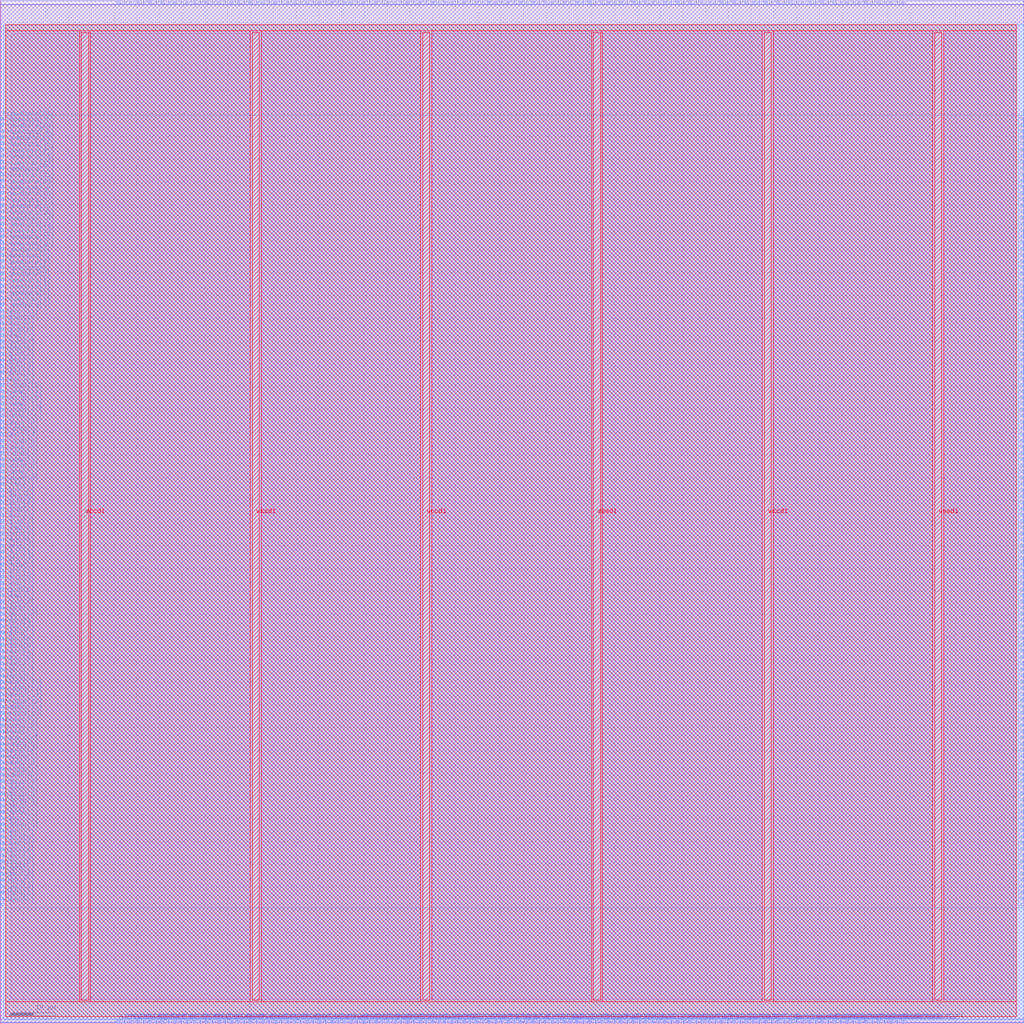
<source format=lef>
VERSION 5.7 ;
  NOWIREEXTENSIONATPIN ON ;
  DIVIDERCHAR "/" ;
  BUSBITCHARS "[]" ;
MACRO LUT4AB
  CLASS BLOCK ;
  FOREIGN LUT4AB ;
  ORIGIN 0.000 0.000 ;
  SIZE 225.000 BY 225.000 ;
  PIN Ci
    DIRECTION INPUT ;
    USE SIGNAL ;
    ANTENNAGATEAREA 0.196500 ;
    PORT
      LAYER met2 ;
        RECT 170.750 0.000 171.030 0.800 ;
    END
  END Ci
  PIN Co
    DIRECTION OUTPUT TRISTATE ;
    USE SIGNAL ;
    ANTENNADIFFAREA 0.795200 ;
    PORT
      LAYER met2 ;
        RECT 170.750 224.200 171.030 225.000 ;
    END
  END Co
  PIN E1BEG[0]
    DIRECTION OUTPUT TRISTATE ;
    USE SIGNAL ;
    ANTENNADIFFAREA 0.795200 ;
    PORT
      LAYER met3 ;
        RECT 224.200 91.160 225.000 91.760 ;
    END
  END E1BEG[0]
  PIN E1BEG[1]
    DIRECTION OUTPUT TRISTATE ;
    USE SIGNAL ;
    ANTENNADIFFAREA 0.445500 ;
    PORT
      LAYER met3 ;
        RECT 224.200 92.520 225.000 93.120 ;
    END
  END E1BEG[1]
  PIN E1BEG[2]
    DIRECTION OUTPUT TRISTATE ;
    USE SIGNAL ;
    ANTENNADIFFAREA 0.445500 ;
    PORT
      LAYER met3 ;
        RECT 224.200 93.880 225.000 94.480 ;
    END
  END E1BEG[2]
  PIN E1BEG[3]
    DIRECTION OUTPUT TRISTATE ;
    USE SIGNAL ;
    ANTENNADIFFAREA 0.795200 ;
    PORT
      LAYER met3 ;
        RECT 224.200 95.240 225.000 95.840 ;
    END
  END E1BEG[3]
  PIN E1END[0]
    DIRECTION INPUT ;
    USE SIGNAL ;
    ANTENNAGATEAREA 0.247500 ;
    PORT
      LAYER met3 ;
        RECT 0.000 91.160 0.800 91.760 ;
    END
  END E1END[0]
  PIN E1END[1]
    DIRECTION INPUT ;
    USE SIGNAL ;
    ANTENNAGATEAREA 0.247500 ;
    PORT
      LAYER met3 ;
        RECT 0.000 92.520 0.800 93.120 ;
    END
  END E1END[1]
  PIN E1END[2]
    DIRECTION INPUT ;
    USE SIGNAL ;
    ANTENNAGATEAREA 0.247500 ;
    PORT
      LAYER met3 ;
        RECT 0.000 93.880 0.800 94.480 ;
    END
  END E1END[2]
  PIN E1END[3]
    DIRECTION INPUT ;
    USE SIGNAL ;
    ANTENNAGATEAREA 0.247500 ;
    PORT
      LAYER met3 ;
        RECT 0.000 95.240 0.800 95.840 ;
    END
  END E1END[3]
  PIN E2BEG[0]
    DIRECTION OUTPUT TRISTATE ;
    USE SIGNAL ;
    ANTENNADIFFAREA 0.795200 ;
    PORT
      LAYER met3 ;
        RECT 224.200 96.600 225.000 97.200 ;
    END
  END E2BEG[0]
  PIN E2BEG[1]
    DIRECTION OUTPUT TRISTATE ;
    USE SIGNAL ;
    ANTENNADIFFAREA 0.795200 ;
    PORT
      LAYER met3 ;
        RECT 224.200 97.960 225.000 98.560 ;
    END
  END E2BEG[1]
  PIN E2BEG[2]
    DIRECTION OUTPUT TRISTATE ;
    USE SIGNAL ;
    ANTENNADIFFAREA 0.795200 ;
    PORT
      LAYER met3 ;
        RECT 224.200 99.320 225.000 99.920 ;
    END
  END E2BEG[2]
  PIN E2BEG[3]
    DIRECTION OUTPUT TRISTATE ;
    USE SIGNAL ;
    ANTENNADIFFAREA 0.445500 ;
    PORT
      LAYER met3 ;
        RECT 224.200 100.680 225.000 101.280 ;
    END
  END E2BEG[3]
  PIN E2BEG[4]
    DIRECTION OUTPUT TRISTATE ;
    USE SIGNAL ;
    ANTENNADIFFAREA 0.795200 ;
    PORT
      LAYER met3 ;
        RECT 224.200 102.040 225.000 102.640 ;
    END
  END E2BEG[4]
  PIN E2BEG[5]
    DIRECTION OUTPUT TRISTATE ;
    USE SIGNAL ;
    ANTENNADIFFAREA 0.795200 ;
    PORT
      LAYER met3 ;
        RECT 224.200 103.400 225.000 104.000 ;
    END
  END E2BEG[5]
  PIN E2BEG[6]
    DIRECTION OUTPUT TRISTATE ;
    USE SIGNAL ;
    ANTENNADIFFAREA 0.795200 ;
    PORT
      LAYER met3 ;
        RECT 224.200 104.760 225.000 105.360 ;
    END
  END E2BEG[6]
  PIN E2BEG[7]
    DIRECTION OUTPUT TRISTATE ;
    USE SIGNAL ;
    ANTENNADIFFAREA 0.445500 ;
    PORT
      LAYER met3 ;
        RECT 224.200 106.120 225.000 106.720 ;
    END
  END E2BEG[7]
  PIN E2BEGb[0]
    DIRECTION OUTPUT TRISTATE ;
    USE SIGNAL ;
    ANTENNADIFFAREA 0.445500 ;
    PORT
      LAYER met3 ;
        RECT 224.200 107.480 225.000 108.080 ;
    END
  END E2BEGb[0]
  PIN E2BEGb[1]
    DIRECTION OUTPUT TRISTATE ;
    USE SIGNAL ;
    ANTENNADIFFAREA 0.795200 ;
    PORT
      LAYER met3 ;
        RECT 224.200 108.840 225.000 109.440 ;
    END
  END E2BEGb[1]
  PIN E2BEGb[2]
    DIRECTION OUTPUT TRISTATE ;
    USE SIGNAL ;
    ANTENNADIFFAREA 0.795200 ;
    PORT
      LAYER met3 ;
        RECT 224.200 110.200 225.000 110.800 ;
    END
  END E2BEGb[2]
  PIN E2BEGb[3]
    DIRECTION OUTPUT TRISTATE ;
    USE SIGNAL ;
    ANTENNADIFFAREA 0.445500 ;
    PORT
      LAYER met3 ;
        RECT 224.200 111.560 225.000 112.160 ;
    END
  END E2BEGb[3]
  PIN E2BEGb[4]
    DIRECTION OUTPUT TRISTATE ;
    USE SIGNAL ;
    ANTENNADIFFAREA 0.445500 ;
    PORT
      LAYER met3 ;
        RECT 224.200 112.920 225.000 113.520 ;
    END
  END E2BEGb[4]
  PIN E2BEGb[5]
    DIRECTION OUTPUT TRISTATE ;
    USE SIGNAL ;
    ANTENNADIFFAREA 0.445500 ;
    PORT
      LAYER met3 ;
        RECT 224.200 114.280 225.000 114.880 ;
    END
  END E2BEGb[5]
  PIN E2BEGb[6]
    DIRECTION OUTPUT TRISTATE ;
    USE SIGNAL ;
    ANTENNADIFFAREA 0.795200 ;
    PORT
      LAYER met3 ;
        RECT 224.200 115.640 225.000 116.240 ;
    END
  END E2BEGb[6]
  PIN E2BEGb[7]
    DIRECTION OUTPUT TRISTATE ;
    USE SIGNAL ;
    ANTENNADIFFAREA 0.795200 ;
    PORT
      LAYER met3 ;
        RECT 224.200 117.000 225.000 117.600 ;
    END
  END E2BEGb[7]
  PIN E2END[0]
    DIRECTION INPUT ;
    USE SIGNAL ;
    ANTENNAGATEAREA 0.213000 ;
    PORT
      LAYER met3 ;
        RECT 0.000 107.480 0.800 108.080 ;
    END
  END E2END[0]
  PIN E2END[1]
    DIRECTION INPUT ;
    USE SIGNAL ;
    ANTENNAGATEAREA 0.213000 ;
    PORT
      LAYER met3 ;
        RECT 0.000 108.840 0.800 109.440 ;
    END
  END E2END[1]
  PIN E2END[2]
    DIRECTION INPUT ;
    USE SIGNAL ;
    ANTENNAGATEAREA 0.159000 ;
    PORT
      LAYER met3 ;
        RECT 0.000 110.200 0.800 110.800 ;
    END
  END E2END[2]
  PIN E2END[3]
    DIRECTION INPUT ;
    USE SIGNAL ;
    ANTENNAGATEAREA 0.159000 ;
    PORT
      LAYER met3 ;
        RECT 0.000 111.560 0.800 112.160 ;
    END
  END E2END[3]
  PIN E2END[4]
    DIRECTION INPUT ;
    USE SIGNAL ;
    ANTENNAGATEAREA 0.213000 ;
    PORT
      LAYER met3 ;
        RECT 0.000 112.920 0.800 113.520 ;
    END
  END E2END[4]
  PIN E2END[5]
    DIRECTION INPUT ;
    USE SIGNAL ;
    ANTENNAGATEAREA 0.159000 ;
    PORT
      LAYER met3 ;
        RECT 0.000 114.280 0.800 114.880 ;
    END
  END E2END[5]
  PIN E2END[6]
    DIRECTION INPUT ;
    USE SIGNAL ;
    ANTENNAGATEAREA 0.159000 ;
    PORT
      LAYER met3 ;
        RECT 0.000 115.640 0.800 116.240 ;
    END
  END E2END[6]
  PIN E2END[7]
    DIRECTION INPUT ;
    USE SIGNAL ;
    ANTENNAGATEAREA 0.159000 ;
    PORT
      LAYER met3 ;
        RECT 0.000 117.000 0.800 117.600 ;
    END
  END E2END[7]
  PIN E2MID[0]
    DIRECTION INPUT ;
    USE SIGNAL ;
    ANTENNAGATEAREA 0.159000 ;
    PORT
      LAYER met3 ;
        RECT 0.000 96.600 0.800 97.200 ;
    END
  END E2MID[0]
  PIN E2MID[1]
    DIRECTION INPUT ;
    USE SIGNAL ;
    ANTENNAGATEAREA 0.213000 ;
    PORT
      LAYER met3 ;
        RECT 0.000 97.960 0.800 98.560 ;
    END
  END E2MID[1]
  PIN E2MID[2]
    DIRECTION INPUT ;
    USE SIGNAL ;
    ANTENNAGATEAREA 0.159000 ;
    PORT
      LAYER met3 ;
        RECT 0.000 99.320 0.800 99.920 ;
    END
  END E2MID[2]
  PIN E2MID[3]
    DIRECTION INPUT ;
    USE SIGNAL ;
    ANTENNAGATEAREA 0.213000 ;
    PORT
      LAYER met3 ;
        RECT 0.000 100.680 0.800 101.280 ;
    END
  END E2MID[3]
  PIN E2MID[4]
    DIRECTION INPUT ;
    USE SIGNAL ;
    ANTENNAGATEAREA 0.213000 ;
    PORT
      LAYER met3 ;
        RECT 0.000 102.040 0.800 102.640 ;
    END
  END E2MID[4]
  PIN E2MID[5]
    DIRECTION INPUT ;
    USE SIGNAL ;
    ANTENNAGATEAREA 0.159000 ;
    PORT
      LAYER met3 ;
        RECT 0.000 103.400 0.800 104.000 ;
    END
  END E2MID[5]
  PIN E2MID[6]
    DIRECTION INPUT ;
    USE SIGNAL ;
    ANTENNAGATEAREA 0.159000 ;
    PORT
      LAYER met3 ;
        RECT 0.000 104.760 0.800 105.360 ;
    END
  END E2MID[6]
  PIN E2MID[7]
    DIRECTION INPUT ;
    USE SIGNAL ;
    ANTENNAGATEAREA 0.159000 ;
    PORT
      LAYER met3 ;
        RECT 0.000 106.120 0.800 106.720 ;
    END
  END E2MID[7]
  PIN E6BEG[0]
    DIRECTION OUTPUT TRISTATE ;
    USE SIGNAL ;
    ANTENNADIFFAREA 0.445500 ;
    PORT
      LAYER met3 ;
        RECT 224.200 140.120 225.000 140.720 ;
    END
  END E6BEG[0]
  PIN E6BEG[10]
    DIRECTION OUTPUT TRISTATE ;
    USE SIGNAL ;
    ANTENNADIFFAREA 0.445500 ;
    PORT
      LAYER met3 ;
        RECT 224.200 153.720 225.000 154.320 ;
    END
  END E6BEG[10]
  PIN E6BEG[11]
    DIRECTION OUTPUT TRISTATE ;
    USE SIGNAL ;
    ANTENNADIFFAREA 0.795200 ;
    PORT
      LAYER met3 ;
        RECT 224.200 155.080 225.000 155.680 ;
    END
  END E6BEG[11]
  PIN E6BEG[1]
    DIRECTION OUTPUT TRISTATE ;
    USE SIGNAL ;
    ANTENNADIFFAREA 0.795200 ;
    PORT
      LAYER met3 ;
        RECT 224.200 141.480 225.000 142.080 ;
    END
  END E6BEG[1]
  PIN E6BEG[2]
    DIRECTION OUTPUT TRISTATE ;
    USE SIGNAL ;
    ANTENNADIFFAREA 0.795200 ;
    PORT
      LAYER met3 ;
        RECT 224.200 142.840 225.000 143.440 ;
    END
  END E6BEG[2]
  PIN E6BEG[3]
    DIRECTION OUTPUT TRISTATE ;
    USE SIGNAL ;
    ANTENNADIFFAREA 0.795200 ;
    PORT
      LAYER met3 ;
        RECT 224.200 144.200 225.000 144.800 ;
    END
  END E6BEG[3]
  PIN E6BEG[4]
    DIRECTION OUTPUT TRISTATE ;
    USE SIGNAL ;
    ANTENNADIFFAREA 0.795200 ;
    PORT
      LAYER met3 ;
        RECT 224.200 145.560 225.000 146.160 ;
    END
  END E6BEG[4]
  PIN E6BEG[5]
    DIRECTION OUTPUT TRISTATE ;
    USE SIGNAL ;
    ANTENNADIFFAREA 0.795200 ;
    PORT
      LAYER met3 ;
        RECT 224.200 146.920 225.000 147.520 ;
    END
  END E6BEG[5]
  PIN E6BEG[6]
    DIRECTION OUTPUT TRISTATE ;
    USE SIGNAL ;
    ANTENNADIFFAREA 0.445500 ;
    PORT
      LAYER met3 ;
        RECT 224.200 148.280 225.000 148.880 ;
    END
  END E6BEG[6]
  PIN E6BEG[7]
    DIRECTION OUTPUT TRISTATE ;
    USE SIGNAL ;
    ANTENNADIFFAREA 0.795200 ;
    PORT
      LAYER met3 ;
        RECT 224.200 149.640 225.000 150.240 ;
    END
  END E6BEG[7]
  PIN E6BEG[8]
    DIRECTION OUTPUT TRISTATE ;
    USE SIGNAL ;
    ANTENNADIFFAREA 0.795200 ;
    PORT
      LAYER met3 ;
        RECT 224.200 151.000 225.000 151.600 ;
    END
  END E6BEG[8]
  PIN E6BEG[9]
    DIRECTION OUTPUT TRISTATE ;
    USE SIGNAL ;
    ANTENNADIFFAREA 0.795200 ;
    PORT
      LAYER met3 ;
        RECT 224.200 152.360 225.000 152.960 ;
    END
  END E6BEG[9]
  PIN E6END[0]
    DIRECTION INPUT ;
    USE SIGNAL ;
    ANTENNAGATEAREA 0.247500 ;
    PORT
      LAYER met3 ;
        RECT 0.000 140.120 0.800 140.720 ;
    END
  END E6END[0]
  PIN E6END[10]
    DIRECTION INPUT ;
    USE SIGNAL ;
    ANTENNAGATEAREA 0.196500 ;
    PORT
      LAYER met3 ;
        RECT 0.000 153.720 0.800 154.320 ;
    END
  END E6END[10]
  PIN E6END[11]
    DIRECTION INPUT ;
    USE SIGNAL ;
    ANTENNAGATEAREA 0.196500 ;
    PORT
      LAYER met3 ;
        RECT 0.000 155.080 0.800 155.680 ;
    END
  END E6END[11]
  PIN E6END[1]
    DIRECTION INPUT ;
    USE SIGNAL ;
    ANTENNAGATEAREA 0.247500 ;
    PORT
      LAYER met3 ;
        RECT 0.000 141.480 0.800 142.080 ;
    END
  END E6END[1]
  PIN E6END[2]
    DIRECTION INPUT ;
    USE SIGNAL ;
    ANTENNAGATEAREA 0.196500 ;
    PORT
      LAYER met3 ;
        RECT 0.000 142.840 0.800 143.440 ;
    END
  END E6END[2]
  PIN E6END[3]
    DIRECTION INPUT ;
    USE SIGNAL ;
    ANTENNAGATEAREA 0.196500 ;
    PORT
      LAYER met3 ;
        RECT 0.000 144.200 0.800 144.800 ;
    END
  END E6END[3]
  PIN E6END[4]
    DIRECTION INPUT ;
    USE SIGNAL ;
    ANTENNAGATEAREA 0.196500 ;
    PORT
      LAYER met3 ;
        RECT 0.000 145.560 0.800 146.160 ;
    END
  END E6END[4]
  PIN E6END[5]
    DIRECTION INPUT ;
    USE SIGNAL ;
    ANTENNAGATEAREA 0.196500 ;
    PORT
      LAYER met3 ;
        RECT 0.000 146.920 0.800 147.520 ;
    END
  END E6END[5]
  PIN E6END[6]
    DIRECTION INPUT ;
    USE SIGNAL ;
    ANTENNAGATEAREA 0.196500 ;
    PORT
      LAYER met3 ;
        RECT 0.000 148.280 0.800 148.880 ;
    END
  END E6END[6]
  PIN E6END[7]
    DIRECTION INPUT ;
    USE SIGNAL ;
    ANTENNAGATEAREA 0.196500 ;
    PORT
      LAYER met3 ;
        RECT 0.000 149.640 0.800 150.240 ;
    END
  END E6END[7]
  PIN E6END[8]
    DIRECTION INPUT ;
    USE SIGNAL ;
    ANTENNAGATEAREA 0.196500 ;
    PORT
      LAYER met3 ;
        RECT 0.000 151.000 0.800 151.600 ;
    END
  END E6END[8]
  PIN E6END[9]
    DIRECTION INPUT ;
    USE SIGNAL ;
    ANTENNAGATEAREA 0.196500 ;
    PORT
      LAYER met3 ;
        RECT 0.000 152.360 0.800 152.960 ;
    END
  END E6END[9]
  PIN EE4BEG[0]
    DIRECTION OUTPUT TRISTATE ;
    USE SIGNAL ;
    ANTENNADIFFAREA 0.795200 ;
    PORT
      LAYER met3 ;
        RECT 224.200 118.360 225.000 118.960 ;
    END
  END EE4BEG[0]
  PIN EE4BEG[10]
    DIRECTION OUTPUT TRISTATE ;
    USE SIGNAL ;
    ANTENNADIFFAREA 0.795200 ;
    PORT
      LAYER met3 ;
        RECT 224.200 131.960 225.000 132.560 ;
    END
  END EE4BEG[10]
  PIN EE4BEG[11]
    DIRECTION OUTPUT TRISTATE ;
    USE SIGNAL ;
    ANTENNADIFFAREA 0.445500 ;
    PORT
      LAYER met3 ;
        RECT 224.200 133.320 225.000 133.920 ;
    END
  END EE4BEG[11]
  PIN EE4BEG[12]
    DIRECTION OUTPUT TRISTATE ;
    USE SIGNAL ;
    ANTENNADIFFAREA 0.795200 ;
    PORT
      LAYER met3 ;
        RECT 224.200 134.680 225.000 135.280 ;
    END
  END EE4BEG[12]
  PIN EE4BEG[13]
    DIRECTION OUTPUT TRISTATE ;
    USE SIGNAL ;
    ANTENNADIFFAREA 0.445500 ;
    PORT
      LAYER met3 ;
        RECT 224.200 136.040 225.000 136.640 ;
    END
  END EE4BEG[13]
  PIN EE4BEG[14]
    DIRECTION OUTPUT TRISTATE ;
    USE SIGNAL ;
    ANTENNADIFFAREA 0.795200 ;
    PORT
      LAYER met3 ;
        RECT 224.200 137.400 225.000 138.000 ;
    END
  END EE4BEG[14]
  PIN EE4BEG[15]
    DIRECTION OUTPUT TRISTATE ;
    USE SIGNAL ;
    ANTENNADIFFAREA 0.795200 ;
    PORT
      LAYER met3 ;
        RECT 224.200 138.760 225.000 139.360 ;
    END
  END EE4BEG[15]
  PIN EE4BEG[1]
    DIRECTION OUTPUT TRISTATE ;
    USE SIGNAL ;
    ANTENNADIFFAREA 0.445500 ;
    PORT
      LAYER met3 ;
        RECT 224.200 119.720 225.000 120.320 ;
    END
  END EE4BEG[1]
  PIN EE4BEG[2]
    DIRECTION OUTPUT TRISTATE ;
    USE SIGNAL ;
    ANTENNADIFFAREA 0.795200 ;
    PORT
      LAYER met3 ;
        RECT 224.200 121.080 225.000 121.680 ;
    END
  END EE4BEG[2]
  PIN EE4BEG[3]
    DIRECTION OUTPUT TRISTATE ;
    USE SIGNAL ;
    ANTENNADIFFAREA 0.795200 ;
    PORT
      LAYER met3 ;
        RECT 224.200 122.440 225.000 123.040 ;
    END
  END EE4BEG[3]
  PIN EE4BEG[4]
    DIRECTION OUTPUT TRISTATE ;
    USE SIGNAL ;
    ANTENNADIFFAREA 0.795200 ;
    PORT
      LAYER met3 ;
        RECT 224.200 123.800 225.000 124.400 ;
    END
  END EE4BEG[4]
  PIN EE4BEG[5]
    DIRECTION OUTPUT TRISTATE ;
    USE SIGNAL ;
    ANTENNADIFFAREA 0.795200 ;
    PORT
      LAYER met3 ;
        RECT 224.200 125.160 225.000 125.760 ;
    END
  END EE4BEG[5]
  PIN EE4BEG[6]
    DIRECTION OUTPUT TRISTATE ;
    USE SIGNAL ;
    ANTENNADIFFAREA 0.795200 ;
    PORT
      LAYER met3 ;
        RECT 224.200 126.520 225.000 127.120 ;
    END
  END EE4BEG[6]
  PIN EE4BEG[7]
    DIRECTION OUTPUT TRISTATE ;
    USE SIGNAL ;
    ANTENNADIFFAREA 0.445500 ;
    PORT
      LAYER met3 ;
        RECT 224.200 127.880 225.000 128.480 ;
    END
  END EE4BEG[7]
  PIN EE4BEG[8]
    DIRECTION OUTPUT TRISTATE ;
    USE SIGNAL ;
    ANTENNADIFFAREA 0.795200 ;
    PORT
      LAYER met3 ;
        RECT 224.200 129.240 225.000 129.840 ;
    END
  END EE4BEG[8]
  PIN EE4BEG[9]
    DIRECTION OUTPUT TRISTATE ;
    USE SIGNAL ;
    ANTENNADIFFAREA 0.795200 ;
    PORT
      LAYER met3 ;
        RECT 224.200 130.600 225.000 131.200 ;
    END
  END EE4BEG[9]
  PIN EE4END[0]
    DIRECTION INPUT ;
    USE SIGNAL ;
    ANTENNAGATEAREA 0.159000 ;
    PORT
      LAYER met3 ;
        RECT 0.000 118.360 0.800 118.960 ;
    END
  END EE4END[0]
  PIN EE4END[10]
    DIRECTION INPUT ;
    USE SIGNAL ;
    ANTENNAGATEAREA 0.196500 ;
    PORT
      LAYER met3 ;
        RECT 0.000 131.960 0.800 132.560 ;
    END
  END EE4END[10]
  PIN EE4END[11]
    DIRECTION INPUT ;
    USE SIGNAL ;
    ANTENNAGATEAREA 0.196500 ;
    PORT
      LAYER met3 ;
        RECT 0.000 133.320 0.800 133.920 ;
    END
  END EE4END[11]
  PIN EE4END[12]
    DIRECTION INPUT ;
    USE SIGNAL ;
    ANTENNAGATEAREA 0.196500 ;
    PORT
      LAYER met3 ;
        RECT 0.000 134.680 0.800 135.280 ;
    END
  END EE4END[12]
  PIN EE4END[13]
    DIRECTION INPUT ;
    USE SIGNAL ;
    ANTENNAGATEAREA 0.196500 ;
    PORT
      LAYER met3 ;
        RECT 0.000 136.040 0.800 136.640 ;
    END
  END EE4END[13]
  PIN EE4END[14]
    DIRECTION INPUT ;
    USE SIGNAL ;
    ANTENNAGATEAREA 0.196500 ;
    PORT
      LAYER met3 ;
        RECT 0.000 137.400 0.800 138.000 ;
    END
  END EE4END[14]
  PIN EE4END[15]
    DIRECTION INPUT ;
    USE SIGNAL ;
    ANTENNAGATEAREA 0.196500 ;
    PORT
      LAYER met3 ;
        RECT 0.000 138.760 0.800 139.360 ;
    END
  END EE4END[15]
  PIN EE4END[1]
    DIRECTION INPUT ;
    USE SIGNAL ;
    ANTENNAGATEAREA 0.213000 ;
    PORT
      LAYER met3 ;
        RECT 0.000 119.720 0.800 120.320 ;
    END
  END EE4END[1]
  PIN EE4END[2]
    DIRECTION INPUT ;
    USE SIGNAL ;
    ANTENNAGATEAREA 0.213000 ;
    PORT
      LAYER met3 ;
        RECT 0.000 121.080 0.800 121.680 ;
    END
  END EE4END[2]
  PIN EE4END[3]
    DIRECTION INPUT ;
    USE SIGNAL ;
    ANTENNAGATEAREA 0.159000 ;
    PORT
      LAYER met3 ;
        RECT 0.000 122.440 0.800 123.040 ;
    END
  END EE4END[3]
  PIN EE4END[4]
    DIRECTION INPUT ;
    USE SIGNAL ;
    ANTENNAGATEAREA 0.196500 ;
    PORT
      LAYER met3 ;
        RECT 0.000 123.800 0.800 124.400 ;
    END
  END EE4END[4]
  PIN EE4END[5]
    DIRECTION INPUT ;
    USE SIGNAL ;
    ANTENNAGATEAREA 0.196500 ;
    PORT
      LAYER met3 ;
        RECT 0.000 125.160 0.800 125.760 ;
    END
  END EE4END[5]
  PIN EE4END[6]
    DIRECTION INPUT ;
    USE SIGNAL ;
    ANTENNAGATEAREA 0.196500 ;
    PORT
      LAYER met3 ;
        RECT 0.000 126.520 0.800 127.120 ;
    END
  END EE4END[6]
  PIN EE4END[7]
    DIRECTION INPUT ;
    USE SIGNAL ;
    ANTENNAGATEAREA 0.196500 ;
    PORT
      LAYER met3 ;
        RECT 0.000 127.880 0.800 128.480 ;
    END
  END EE4END[7]
  PIN EE4END[8]
    DIRECTION INPUT ;
    USE SIGNAL ;
    ANTENNAGATEAREA 0.196500 ;
    PORT
      LAYER met3 ;
        RECT 0.000 129.240 0.800 129.840 ;
    END
  END EE4END[8]
  PIN EE4END[9]
    DIRECTION INPUT ;
    USE SIGNAL ;
    ANTENNAGATEAREA 0.196500 ;
    PORT
      LAYER met3 ;
        RECT 0.000 130.600 0.800 131.200 ;
    END
  END EE4END[9]
  PIN FrameData[0]
    DIRECTION INPUT ;
    USE SIGNAL ;
    ANTENNAGATEAREA 0.495000 ;
    PORT
      LAYER met3 ;
        RECT 0.000 156.440 0.800 157.040 ;
    END
  END FrameData[0]
  PIN FrameData[10]
    DIRECTION INPUT ;
    USE SIGNAL ;
    ANTENNAGATEAREA 0.742500 ;
    PORT
      LAYER met3 ;
        RECT 0.000 170.040 0.800 170.640 ;
    END
  END FrameData[10]
  PIN FrameData[11]
    DIRECTION INPUT ;
    USE SIGNAL ;
    ANTENNAGATEAREA 0.742500 ;
    PORT
      LAYER met3 ;
        RECT 0.000 171.400 0.800 172.000 ;
    END
  END FrameData[11]
  PIN FrameData[12]
    DIRECTION INPUT ;
    USE SIGNAL ;
    ANTENNAGATEAREA 0.742500 ;
    PORT
      LAYER met3 ;
        RECT 0.000 172.760 0.800 173.360 ;
    END
  END FrameData[12]
  PIN FrameData[13]
    DIRECTION INPUT ;
    USE SIGNAL ;
    ANTENNAGATEAREA 0.742500 ;
    PORT
      LAYER met3 ;
        RECT 0.000 174.120 0.800 174.720 ;
    END
  END FrameData[13]
  PIN FrameData[14]
    DIRECTION INPUT ;
    USE SIGNAL ;
    ANTENNAGATEAREA 0.742500 ;
    PORT
      LAYER met3 ;
        RECT 0.000 175.480 0.800 176.080 ;
    END
  END FrameData[14]
  PIN FrameData[15]
    DIRECTION INPUT ;
    USE SIGNAL ;
    ANTENNAGATEAREA 0.742500 ;
    PORT
      LAYER met3 ;
        RECT 0.000 176.840 0.800 177.440 ;
    END
  END FrameData[15]
  PIN FrameData[16]
    DIRECTION INPUT ;
    USE SIGNAL ;
    ANTENNAGATEAREA 0.742500 ;
    PORT
      LAYER met3 ;
        RECT 0.000 178.200 0.800 178.800 ;
    END
  END FrameData[16]
  PIN FrameData[17]
    DIRECTION INPUT ;
    USE SIGNAL ;
    ANTENNAGATEAREA 0.742500 ;
    PORT
      LAYER met3 ;
        RECT 0.000 179.560 0.800 180.160 ;
    END
  END FrameData[17]
  PIN FrameData[18]
    DIRECTION INPUT ;
    USE SIGNAL ;
    ANTENNAGATEAREA 0.742500 ;
    PORT
      LAYER met3 ;
        RECT 0.000 180.920 0.800 181.520 ;
    END
  END FrameData[18]
  PIN FrameData[19]
    DIRECTION INPUT ;
    USE SIGNAL ;
    ANTENNAGATEAREA 0.742500 ;
    PORT
      LAYER met3 ;
        RECT 0.000 182.280 0.800 182.880 ;
    END
  END FrameData[19]
  PIN FrameData[1]
    DIRECTION INPUT ;
    USE SIGNAL ;
    ANTENNAGATEAREA 0.495000 ;
    PORT
      LAYER met3 ;
        RECT 0.000 157.800 0.800 158.400 ;
    END
  END FrameData[1]
  PIN FrameData[20]
    DIRECTION INPUT ;
    USE SIGNAL ;
    ANTENNAGATEAREA 0.742500 ;
    PORT
      LAYER met3 ;
        RECT 0.000 183.640 0.800 184.240 ;
    END
  END FrameData[20]
  PIN FrameData[21]
    DIRECTION INPUT ;
    USE SIGNAL ;
    ANTENNAGATEAREA 0.742500 ;
    PORT
      LAYER met3 ;
        RECT 0.000 185.000 0.800 185.600 ;
    END
  END FrameData[21]
  PIN FrameData[22]
    DIRECTION INPUT ;
    USE SIGNAL ;
    ANTENNAGATEAREA 0.742500 ;
    PORT
      LAYER met3 ;
        RECT 0.000 186.360 0.800 186.960 ;
    END
  END FrameData[22]
  PIN FrameData[23]
    DIRECTION INPUT ;
    USE SIGNAL ;
    ANTENNAGATEAREA 0.742500 ;
    PORT
      LAYER met3 ;
        RECT 0.000 187.720 0.800 188.320 ;
    END
  END FrameData[23]
  PIN FrameData[24]
    DIRECTION INPUT ;
    USE SIGNAL ;
    ANTENNAGATEAREA 0.852000 ;
    PORT
      LAYER met3 ;
        RECT 0.000 189.080 0.800 189.680 ;
    END
  END FrameData[24]
  PIN FrameData[25]
    DIRECTION INPUT ;
    USE SIGNAL ;
    ANTENNAGATEAREA 0.742500 ;
    PORT
      LAYER met3 ;
        RECT 0.000 190.440 0.800 191.040 ;
    END
  END FrameData[25]
  PIN FrameData[26]
    DIRECTION INPUT ;
    USE SIGNAL ;
    ANTENNAGATEAREA 0.742500 ;
    PORT
      LAYER met3 ;
        RECT 0.000 191.800 0.800 192.400 ;
    END
  END FrameData[26]
  PIN FrameData[27]
    DIRECTION INPUT ;
    USE SIGNAL ;
    ANTENNAGATEAREA 0.742500 ;
    PORT
      LAYER met3 ;
        RECT 0.000 193.160 0.800 193.760 ;
    END
  END FrameData[27]
  PIN FrameData[28]
    DIRECTION INPUT ;
    USE SIGNAL ;
    ANTENNAGATEAREA 0.742500 ;
    PORT
      LAYER met3 ;
        RECT 0.000 194.520 0.800 195.120 ;
    END
  END FrameData[28]
  PIN FrameData[29]
    DIRECTION INPUT ;
    USE SIGNAL ;
    ANTENNAGATEAREA 0.742500 ;
    PORT
      LAYER met3 ;
        RECT 0.000 195.880 0.800 196.480 ;
    END
  END FrameData[29]
  PIN FrameData[2]
    DIRECTION INPUT ;
    USE SIGNAL ;
    ANTENNAGATEAREA 0.742500 ;
    PORT
      LAYER met3 ;
        RECT 0.000 159.160 0.800 159.760 ;
    END
  END FrameData[2]
  PIN FrameData[30]
    DIRECTION INPUT ;
    USE SIGNAL ;
    ANTENNAGATEAREA 0.742500 ;
    PORT
      LAYER met3 ;
        RECT 0.000 197.240 0.800 197.840 ;
    END
  END FrameData[30]
  PIN FrameData[31]
    DIRECTION INPUT ;
    USE SIGNAL ;
    ANTENNAGATEAREA 0.742500 ;
    PORT
      LAYER met3 ;
        RECT 0.000 198.600 0.800 199.200 ;
    END
  END FrameData[31]
  PIN FrameData[3]
    DIRECTION INPUT ;
    USE SIGNAL ;
    ANTENNAGATEAREA 0.742500 ;
    PORT
      LAYER met3 ;
        RECT 0.000 160.520 0.800 161.120 ;
    END
  END FrameData[3]
  PIN FrameData[4]
    DIRECTION INPUT ;
    USE SIGNAL ;
    ANTENNAGATEAREA 0.742500 ;
    PORT
      LAYER met3 ;
        RECT 0.000 161.880 0.800 162.480 ;
    END
  END FrameData[4]
  PIN FrameData[5]
    DIRECTION INPUT ;
    USE SIGNAL ;
    ANTENNAGATEAREA 0.852000 ;
    PORT
      LAYER met3 ;
        RECT 0.000 163.240 0.800 163.840 ;
    END
  END FrameData[5]
  PIN FrameData[6]
    DIRECTION INPUT ;
    USE SIGNAL ;
    ANTENNAGATEAREA 0.742500 ;
    PORT
      LAYER met3 ;
        RECT 0.000 164.600 0.800 165.200 ;
    END
  END FrameData[6]
  PIN FrameData[7]
    DIRECTION INPUT ;
    USE SIGNAL ;
    ANTENNAGATEAREA 0.742500 ;
    PORT
      LAYER met3 ;
        RECT 0.000 165.960 0.800 166.560 ;
    END
  END FrameData[7]
  PIN FrameData[8]
    DIRECTION INPUT ;
    USE SIGNAL ;
    ANTENNAGATEAREA 0.742500 ;
    PORT
      LAYER met3 ;
        RECT 0.000 167.320 0.800 167.920 ;
    END
  END FrameData[8]
  PIN FrameData[9]
    DIRECTION INPUT ;
    USE SIGNAL ;
    ANTENNAGATEAREA 0.742500 ;
    PORT
      LAYER met3 ;
        RECT 0.000 168.680 0.800 169.280 ;
    END
  END FrameData[9]
  PIN FrameData_O[0]
    DIRECTION OUTPUT TRISTATE ;
    USE SIGNAL ;
    ANTENNADIFFAREA 0.795200 ;
    PORT
      LAYER met3 ;
        RECT 224.200 156.440 225.000 157.040 ;
    END
  END FrameData_O[0]
  PIN FrameData_O[10]
    DIRECTION OUTPUT TRISTATE ;
    USE SIGNAL ;
    ANTENNADIFFAREA 0.795200 ;
    PORT
      LAYER met3 ;
        RECT 224.200 170.040 225.000 170.640 ;
    END
  END FrameData_O[10]
  PIN FrameData_O[11]
    DIRECTION OUTPUT TRISTATE ;
    USE SIGNAL ;
    ANTENNADIFFAREA 0.795200 ;
    PORT
      LAYER met3 ;
        RECT 224.200 171.400 225.000 172.000 ;
    END
  END FrameData_O[11]
  PIN FrameData_O[12]
    DIRECTION OUTPUT TRISTATE ;
    USE SIGNAL ;
    ANTENNADIFFAREA 0.795200 ;
    PORT
      LAYER met3 ;
        RECT 224.200 172.760 225.000 173.360 ;
    END
  END FrameData_O[12]
  PIN FrameData_O[13]
    DIRECTION OUTPUT TRISTATE ;
    USE SIGNAL ;
    ANTENNADIFFAREA 0.795200 ;
    PORT
      LAYER met3 ;
        RECT 224.200 174.120 225.000 174.720 ;
    END
  END FrameData_O[13]
  PIN FrameData_O[14]
    DIRECTION OUTPUT TRISTATE ;
    USE SIGNAL ;
    ANTENNADIFFAREA 0.445500 ;
    PORT
      LAYER met3 ;
        RECT 224.200 175.480 225.000 176.080 ;
    END
  END FrameData_O[14]
  PIN FrameData_O[15]
    DIRECTION OUTPUT TRISTATE ;
    USE SIGNAL ;
    ANTENNADIFFAREA 0.795200 ;
    PORT
      LAYER met3 ;
        RECT 224.200 176.840 225.000 177.440 ;
    END
  END FrameData_O[15]
  PIN FrameData_O[16]
    DIRECTION OUTPUT TRISTATE ;
    USE SIGNAL ;
    ANTENNADIFFAREA 0.795200 ;
    PORT
      LAYER met3 ;
        RECT 224.200 178.200 225.000 178.800 ;
    END
  END FrameData_O[16]
  PIN FrameData_O[17]
    DIRECTION OUTPUT TRISTATE ;
    USE SIGNAL ;
    ANTENNADIFFAREA 0.795200 ;
    PORT
      LAYER met3 ;
        RECT 224.200 179.560 225.000 180.160 ;
    END
  END FrameData_O[17]
  PIN FrameData_O[18]
    DIRECTION OUTPUT TRISTATE ;
    USE SIGNAL ;
    ANTENNADIFFAREA 0.445500 ;
    PORT
      LAYER met3 ;
        RECT 224.200 180.920 225.000 181.520 ;
    END
  END FrameData_O[18]
  PIN FrameData_O[19]
    DIRECTION OUTPUT TRISTATE ;
    USE SIGNAL ;
    ANTENNADIFFAREA 0.795200 ;
    PORT
      LAYER met3 ;
        RECT 224.200 182.280 225.000 182.880 ;
    END
  END FrameData_O[19]
  PIN FrameData_O[1]
    DIRECTION OUTPUT TRISTATE ;
    USE SIGNAL ;
    ANTENNADIFFAREA 0.795200 ;
    PORT
      LAYER met3 ;
        RECT 224.200 157.800 225.000 158.400 ;
    END
  END FrameData_O[1]
  PIN FrameData_O[20]
    DIRECTION OUTPUT TRISTATE ;
    USE SIGNAL ;
    ANTENNADIFFAREA 0.445500 ;
    PORT
      LAYER met3 ;
        RECT 224.200 183.640 225.000 184.240 ;
    END
  END FrameData_O[20]
  PIN FrameData_O[21]
    DIRECTION OUTPUT TRISTATE ;
    USE SIGNAL ;
    ANTENNADIFFAREA 0.795200 ;
    PORT
      LAYER met3 ;
        RECT 224.200 185.000 225.000 185.600 ;
    END
  END FrameData_O[21]
  PIN FrameData_O[22]
    DIRECTION OUTPUT TRISTATE ;
    USE SIGNAL ;
    ANTENNADIFFAREA 0.445500 ;
    PORT
      LAYER met3 ;
        RECT 224.200 186.360 225.000 186.960 ;
    END
  END FrameData_O[22]
  PIN FrameData_O[23]
    DIRECTION OUTPUT TRISTATE ;
    USE SIGNAL ;
    ANTENNADIFFAREA 0.795200 ;
    PORT
      LAYER met3 ;
        RECT 224.200 187.720 225.000 188.320 ;
    END
  END FrameData_O[23]
  PIN FrameData_O[24]
    DIRECTION OUTPUT TRISTATE ;
    USE SIGNAL ;
    ANTENNADIFFAREA 0.445500 ;
    PORT
      LAYER met3 ;
        RECT 224.200 189.080 225.000 189.680 ;
    END
  END FrameData_O[24]
  PIN FrameData_O[25]
    DIRECTION OUTPUT TRISTATE ;
    USE SIGNAL ;
    ANTENNADIFFAREA 0.795200 ;
    PORT
      LAYER met3 ;
        RECT 224.200 190.440 225.000 191.040 ;
    END
  END FrameData_O[25]
  PIN FrameData_O[26]
    DIRECTION OUTPUT TRISTATE ;
    USE SIGNAL ;
    ANTENNADIFFAREA 0.795200 ;
    PORT
      LAYER met3 ;
        RECT 224.200 191.800 225.000 192.400 ;
    END
  END FrameData_O[26]
  PIN FrameData_O[27]
    DIRECTION OUTPUT TRISTATE ;
    USE SIGNAL ;
    ANTENNADIFFAREA 0.795200 ;
    PORT
      LAYER met3 ;
        RECT 224.200 193.160 225.000 193.760 ;
    END
  END FrameData_O[27]
  PIN FrameData_O[28]
    DIRECTION OUTPUT TRISTATE ;
    USE SIGNAL ;
    ANTENNADIFFAREA 0.445500 ;
    PORT
      LAYER met3 ;
        RECT 224.200 194.520 225.000 195.120 ;
    END
  END FrameData_O[28]
  PIN FrameData_O[29]
    DIRECTION OUTPUT TRISTATE ;
    USE SIGNAL ;
    ANTENNADIFFAREA 0.795200 ;
    PORT
      LAYER met3 ;
        RECT 224.200 195.880 225.000 196.480 ;
    END
  END FrameData_O[29]
  PIN FrameData_O[2]
    DIRECTION OUTPUT TRISTATE ;
    USE SIGNAL ;
    ANTENNADIFFAREA 0.445500 ;
    PORT
      LAYER met3 ;
        RECT 224.200 159.160 225.000 159.760 ;
    END
  END FrameData_O[2]
  PIN FrameData_O[30]
    DIRECTION OUTPUT TRISTATE ;
    USE SIGNAL ;
    ANTENNADIFFAREA 0.795200 ;
    PORT
      LAYER met3 ;
        RECT 224.200 197.240 225.000 197.840 ;
    END
  END FrameData_O[30]
  PIN FrameData_O[31]
    DIRECTION OUTPUT TRISTATE ;
    USE SIGNAL ;
    ANTENNADIFFAREA 0.795200 ;
    PORT
      LAYER met3 ;
        RECT 224.200 198.600 225.000 199.200 ;
    END
  END FrameData_O[31]
  PIN FrameData_O[3]
    DIRECTION OUTPUT TRISTATE ;
    USE SIGNAL ;
    ANTENNADIFFAREA 0.795200 ;
    PORT
      LAYER met3 ;
        RECT 224.200 160.520 225.000 161.120 ;
    END
  END FrameData_O[3]
  PIN FrameData_O[4]
    DIRECTION OUTPUT TRISTATE ;
    USE SIGNAL ;
    ANTENNADIFFAREA 0.445500 ;
    PORT
      LAYER met3 ;
        RECT 224.200 161.880 225.000 162.480 ;
    END
  END FrameData_O[4]
  PIN FrameData_O[5]
    DIRECTION OUTPUT TRISTATE ;
    USE SIGNAL ;
    ANTENNADIFFAREA 0.795200 ;
    PORT
      LAYER met3 ;
        RECT 224.200 163.240 225.000 163.840 ;
    END
  END FrameData_O[5]
  PIN FrameData_O[6]
    DIRECTION OUTPUT TRISTATE ;
    USE SIGNAL ;
    ANTENNADIFFAREA 0.795200 ;
    PORT
      LAYER met3 ;
        RECT 224.200 164.600 225.000 165.200 ;
    END
  END FrameData_O[6]
  PIN FrameData_O[7]
    DIRECTION OUTPUT TRISTATE ;
    USE SIGNAL ;
    ANTENNADIFFAREA 0.795200 ;
    PORT
      LAYER met3 ;
        RECT 224.200 165.960 225.000 166.560 ;
    END
  END FrameData_O[7]
  PIN FrameData_O[8]
    DIRECTION OUTPUT TRISTATE ;
    USE SIGNAL ;
    ANTENNADIFFAREA 0.445500 ;
    PORT
      LAYER met3 ;
        RECT 224.200 167.320 225.000 167.920 ;
    END
  END FrameData_O[8]
  PIN FrameData_O[9]
    DIRECTION OUTPUT TRISTATE ;
    USE SIGNAL ;
    ANTENNADIFFAREA 0.795200 ;
    PORT
      LAYER met3 ;
        RECT 224.200 168.680 225.000 169.280 ;
    END
  END FrameData_O[9]
  PIN FrameStrobe[0]
    DIRECTION INPUT ;
    USE SIGNAL ;
    ANTENNAGATEAREA 0.742500 ;
    PORT
      LAYER met2 ;
        RECT 172.130 0.000 172.410 0.800 ;
    END
  END FrameStrobe[0]
  PIN FrameStrobe[10]
    DIRECTION INPUT ;
    USE SIGNAL ;
    ANTENNAGATEAREA 0.990000 ;
    PORT
      LAYER met2 ;
        RECT 185.930 0.000 186.210 0.800 ;
    END
  END FrameStrobe[10]
  PIN FrameStrobe[11]
    DIRECTION INPUT ;
    USE SIGNAL ;
    ANTENNAGATEAREA 0.852000 ;
    PORT
      LAYER met2 ;
        RECT 187.310 0.000 187.590 0.800 ;
    END
  END FrameStrobe[11]
  PIN FrameStrobe[12]
    DIRECTION INPUT ;
    USE SIGNAL ;
    ANTENNAGATEAREA 0.742500 ;
    PORT
      LAYER met2 ;
        RECT 188.690 0.000 188.970 0.800 ;
    END
  END FrameStrobe[12]
  PIN FrameStrobe[13]
    DIRECTION INPUT ;
    USE SIGNAL ;
    ANTENNAGATEAREA 0.852000 ;
    PORT
      LAYER met2 ;
        RECT 190.070 0.000 190.350 0.800 ;
    END
  END FrameStrobe[13]
  PIN FrameStrobe[14]
    DIRECTION INPUT ;
    USE SIGNAL ;
    ANTENNAGATEAREA 0.742500 ;
    PORT
      LAYER met2 ;
        RECT 191.450 0.000 191.730 0.800 ;
    END
  END FrameStrobe[14]
  PIN FrameStrobe[15]
    DIRECTION INPUT ;
    USE SIGNAL ;
    ANTENNAGATEAREA 0.742500 ;
    PORT
      LAYER met2 ;
        RECT 192.830 0.000 193.110 0.800 ;
    END
  END FrameStrobe[15]
  PIN FrameStrobe[16]
    DIRECTION INPUT ;
    USE SIGNAL ;
    ANTENNAGATEAREA 0.742500 ;
    PORT
      LAYER met2 ;
        RECT 194.210 0.000 194.490 0.800 ;
    END
  END FrameStrobe[16]
  PIN FrameStrobe[17]
    DIRECTION INPUT ;
    USE SIGNAL ;
    ANTENNAGATEAREA 0.742500 ;
    PORT
      LAYER met2 ;
        RECT 195.590 0.000 195.870 0.800 ;
    END
  END FrameStrobe[17]
  PIN FrameStrobe[18]
    DIRECTION INPUT ;
    USE SIGNAL ;
    ANTENNAGATEAREA 0.742500 ;
    PORT
      LAYER met2 ;
        RECT 196.970 0.000 197.250 0.800 ;
    END
  END FrameStrobe[18]
  PIN FrameStrobe[19]
    DIRECTION INPUT ;
    USE SIGNAL ;
    ANTENNAGATEAREA 0.742500 ;
    PORT
      LAYER met2 ;
        RECT 198.350 0.000 198.630 0.800 ;
    END
  END FrameStrobe[19]
  PIN FrameStrobe[1]
    DIRECTION INPUT ;
    USE SIGNAL ;
    ANTENNAGATEAREA 0.852000 ;
    PORT
      LAYER met2 ;
        RECT 173.510 0.000 173.790 0.800 ;
    END
  END FrameStrobe[1]
  PIN FrameStrobe[2]
    DIRECTION INPUT ;
    USE SIGNAL ;
    ANTENNAGATEAREA 0.852000 ;
    PORT
      LAYER met2 ;
        RECT 174.890 0.000 175.170 0.800 ;
    END
  END FrameStrobe[2]
  PIN FrameStrobe[3]
    DIRECTION INPUT ;
    USE SIGNAL ;
    ANTENNAGATEAREA 0.852000 ;
    PORT
      LAYER met2 ;
        RECT 176.270 0.000 176.550 0.800 ;
    END
  END FrameStrobe[3]
  PIN FrameStrobe[4]
    DIRECTION INPUT ;
    USE SIGNAL ;
    ANTENNAGATEAREA 0.852000 ;
    PORT
      LAYER met2 ;
        RECT 177.650 0.000 177.930 0.800 ;
    END
  END FrameStrobe[4]
  PIN FrameStrobe[5]
    DIRECTION INPUT ;
    USE SIGNAL ;
    ANTENNAGATEAREA 0.852000 ;
    PORT
      LAYER met2 ;
        RECT 179.030 0.000 179.310 0.800 ;
    END
  END FrameStrobe[5]
  PIN FrameStrobe[6]
    DIRECTION INPUT ;
    USE SIGNAL ;
    ANTENNAGATEAREA 0.852000 ;
    PORT
      LAYER met2 ;
        RECT 180.410 0.000 180.690 0.800 ;
    END
  END FrameStrobe[6]
  PIN FrameStrobe[7]
    DIRECTION INPUT ;
    USE SIGNAL ;
    ANTENNAGATEAREA 0.852000 ;
    PORT
      LAYER met2 ;
        RECT 181.790 0.000 182.070 0.800 ;
    END
  END FrameStrobe[7]
  PIN FrameStrobe[8]
    DIRECTION INPUT ;
    USE SIGNAL ;
    ANTENNAGATEAREA 0.990000 ;
    PORT
      LAYER met2 ;
        RECT 183.170 0.000 183.450 0.800 ;
    END
  END FrameStrobe[8]
  PIN FrameStrobe[9]
    DIRECTION INPUT ;
    USE SIGNAL ;
    ANTENNAGATEAREA 0.852000 ;
    PORT
      LAYER met2 ;
        RECT 184.550 0.000 184.830 0.800 ;
    END
  END FrameStrobe[9]
  PIN FrameStrobe_O[0]
    DIRECTION OUTPUT TRISTATE ;
    USE SIGNAL ;
    ANTENNADIFFAREA 0.795200 ;
    PORT
      LAYER met2 ;
        RECT 172.130 224.200 172.410 225.000 ;
    END
  END FrameStrobe_O[0]
  PIN FrameStrobe_O[10]
    DIRECTION OUTPUT TRISTATE ;
    USE SIGNAL ;
    ANTENNADIFFAREA 0.795200 ;
    PORT
      LAYER met2 ;
        RECT 185.930 224.200 186.210 225.000 ;
    END
  END FrameStrobe_O[10]
  PIN FrameStrobe_O[11]
    DIRECTION OUTPUT TRISTATE ;
    USE SIGNAL ;
    ANTENNADIFFAREA 0.795200 ;
    PORT
      LAYER met2 ;
        RECT 187.310 224.200 187.590 225.000 ;
    END
  END FrameStrobe_O[11]
  PIN FrameStrobe_O[12]
    DIRECTION OUTPUT TRISTATE ;
    USE SIGNAL ;
    ANTENNADIFFAREA 0.795200 ;
    PORT
      LAYER met2 ;
        RECT 188.690 224.200 188.970 225.000 ;
    END
  END FrameStrobe_O[12]
  PIN FrameStrobe_O[13]
    DIRECTION OUTPUT TRISTATE ;
    USE SIGNAL ;
    ANTENNADIFFAREA 0.795200 ;
    PORT
      LAYER met2 ;
        RECT 190.070 224.200 190.350 225.000 ;
    END
  END FrameStrobe_O[13]
  PIN FrameStrobe_O[14]
    DIRECTION OUTPUT TRISTATE ;
    USE SIGNAL ;
    ANTENNADIFFAREA 0.795200 ;
    PORT
      LAYER met2 ;
        RECT 191.450 224.200 191.730 225.000 ;
    END
  END FrameStrobe_O[14]
  PIN FrameStrobe_O[15]
    DIRECTION OUTPUT TRISTATE ;
    USE SIGNAL ;
    ANTENNADIFFAREA 0.795200 ;
    PORT
      LAYER met2 ;
        RECT 192.830 224.200 193.110 225.000 ;
    END
  END FrameStrobe_O[15]
  PIN FrameStrobe_O[16]
    DIRECTION OUTPUT TRISTATE ;
    USE SIGNAL ;
    ANTENNADIFFAREA 0.795200 ;
    PORT
      LAYER met2 ;
        RECT 194.210 224.200 194.490 225.000 ;
    END
  END FrameStrobe_O[16]
  PIN FrameStrobe_O[17]
    DIRECTION OUTPUT TRISTATE ;
    USE SIGNAL ;
    ANTENNADIFFAREA 0.795200 ;
    PORT
      LAYER met2 ;
        RECT 195.590 224.200 195.870 225.000 ;
    END
  END FrameStrobe_O[17]
  PIN FrameStrobe_O[18]
    DIRECTION OUTPUT TRISTATE ;
    USE SIGNAL ;
    ANTENNADIFFAREA 0.795200 ;
    PORT
      LAYER met2 ;
        RECT 196.970 224.200 197.250 225.000 ;
    END
  END FrameStrobe_O[18]
  PIN FrameStrobe_O[19]
    DIRECTION OUTPUT TRISTATE ;
    USE SIGNAL ;
    ANTENNADIFFAREA 0.795200 ;
    PORT
      LAYER met2 ;
        RECT 198.350 224.200 198.630 225.000 ;
    END
  END FrameStrobe_O[19]
  PIN FrameStrobe_O[1]
    DIRECTION OUTPUT TRISTATE ;
    USE SIGNAL ;
    ANTENNADIFFAREA 0.445500 ;
    PORT
      LAYER met2 ;
        RECT 173.510 224.200 173.790 225.000 ;
    END
  END FrameStrobe_O[1]
  PIN FrameStrobe_O[2]
    DIRECTION OUTPUT TRISTATE ;
    USE SIGNAL ;
    ANTENNADIFFAREA 0.445500 ;
    PORT
      LAYER met2 ;
        RECT 174.890 224.200 175.170 225.000 ;
    END
  END FrameStrobe_O[2]
  PIN FrameStrobe_O[3]
    DIRECTION OUTPUT TRISTATE ;
    USE SIGNAL ;
    ANTENNADIFFAREA 0.795200 ;
    PORT
      LAYER met2 ;
        RECT 176.270 224.200 176.550 225.000 ;
    END
  END FrameStrobe_O[3]
  PIN FrameStrobe_O[4]
    DIRECTION OUTPUT TRISTATE ;
    USE SIGNAL ;
    ANTENNADIFFAREA 0.795200 ;
    PORT
      LAYER met2 ;
        RECT 177.650 224.200 177.930 225.000 ;
    END
  END FrameStrobe_O[4]
  PIN FrameStrobe_O[5]
    DIRECTION OUTPUT TRISTATE ;
    USE SIGNAL ;
    ANTENNADIFFAREA 0.795200 ;
    PORT
      LAYER met2 ;
        RECT 179.030 224.200 179.310 225.000 ;
    END
  END FrameStrobe_O[5]
  PIN FrameStrobe_O[6]
    DIRECTION OUTPUT TRISTATE ;
    USE SIGNAL ;
    ANTENNADIFFAREA 0.795200 ;
    PORT
      LAYER met2 ;
        RECT 180.410 224.200 180.690 225.000 ;
    END
  END FrameStrobe_O[6]
  PIN FrameStrobe_O[7]
    DIRECTION OUTPUT TRISTATE ;
    USE SIGNAL ;
    ANTENNADIFFAREA 0.795200 ;
    PORT
      LAYER met2 ;
        RECT 181.790 224.200 182.070 225.000 ;
    END
  END FrameStrobe_O[7]
  PIN FrameStrobe_O[8]
    DIRECTION OUTPUT TRISTATE ;
    USE SIGNAL ;
    ANTENNADIFFAREA 0.795200 ;
    PORT
      LAYER met2 ;
        RECT 183.170 224.200 183.450 225.000 ;
    END
  END FrameStrobe_O[8]
  PIN FrameStrobe_O[9]
    DIRECTION OUTPUT TRISTATE ;
    USE SIGNAL ;
    ANTENNADIFFAREA 0.795200 ;
    PORT
      LAYER met2 ;
        RECT 184.550 224.200 184.830 225.000 ;
    END
  END FrameStrobe_O[9]
  PIN N1BEG[0]
    DIRECTION OUTPUT TRISTATE ;
    USE SIGNAL ;
    ANTENNADIFFAREA 0.445500 ;
    PORT
      LAYER met2 ;
        RECT 25.850 224.200 26.130 225.000 ;
    END
  END N1BEG[0]
  PIN N1BEG[1]
    DIRECTION OUTPUT TRISTATE ;
    USE SIGNAL ;
    ANTENNADIFFAREA 0.795200 ;
    PORT
      LAYER met2 ;
        RECT 27.230 224.200 27.510 225.000 ;
    END
  END N1BEG[1]
  PIN N1BEG[2]
    DIRECTION OUTPUT TRISTATE ;
    USE SIGNAL ;
    ANTENNADIFFAREA 0.795200 ;
    PORT
      LAYER met2 ;
        RECT 28.610 224.200 28.890 225.000 ;
    END
  END N1BEG[2]
  PIN N1BEG[3]
    DIRECTION OUTPUT TRISTATE ;
    USE SIGNAL ;
    ANTENNADIFFAREA 0.795200 ;
    PORT
      LAYER met2 ;
        RECT 29.990 224.200 30.270 225.000 ;
    END
  END N1BEG[3]
  PIN N1END[0]
    DIRECTION INPUT ;
    USE SIGNAL ;
    ANTENNAGATEAREA 0.426000 ;
    PORT
      LAYER met2 ;
        RECT 25.850 0.000 26.130 0.800 ;
    END
  END N1END[0]
  PIN N1END[1]
    DIRECTION INPUT ;
    USE SIGNAL ;
    ANTENNAGATEAREA 0.247500 ;
    PORT
      LAYER met2 ;
        RECT 27.230 0.000 27.510 0.800 ;
    END
  END N1END[1]
  PIN N1END[2]
    DIRECTION INPUT ;
    USE SIGNAL ;
    ANTENNAGATEAREA 0.247500 ;
    PORT
      LAYER met2 ;
        RECT 28.610 0.000 28.890 0.800 ;
    END
  END N1END[2]
  PIN N1END[3]
    DIRECTION INPUT ;
    USE SIGNAL ;
    ANTENNAGATEAREA 0.247500 ;
    PORT
      LAYER met2 ;
        RECT 29.990 0.000 30.270 0.800 ;
    END
  END N1END[3]
  PIN N2BEG[0]
    DIRECTION OUTPUT TRISTATE ;
    USE SIGNAL ;
    ANTENNADIFFAREA 0.445500 ;
    PORT
      LAYER met2 ;
        RECT 31.370 224.200 31.650 225.000 ;
    END
  END N2BEG[0]
  PIN N2BEG[1]
    DIRECTION OUTPUT TRISTATE ;
    USE SIGNAL ;
    ANTENNADIFFAREA 0.445500 ;
    PORT
      LAYER met2 ;
        RECT 32.750 224.200 33.030 225.000 ;
    END
  END N2BEG[1]
  PIN N2BEG[2]
    DIRECTION OUTPUT TRISTATE ;
    USE SIGNAL ;
    ANTENNADIFFAREA 0.795200 ;
    PORT
      LAYER met2 ;
        RECT 34.130 224.200 34.410 225.000 ;
    END
  END N2BEG[2]
  PIN N2BEG[3]
    DIRECTION OUTPUT TRISTATE ;
    USE SIGNAL ;
    ANTENNADIFFAREA 0.795200 ;
    PORT
      LAYER met2 ;
        RECT 35.510 224.200 35.790 225.000 ;
    END
  END N2BEG[3]
  PIN N2BEG[4]
    DIRECTION OUTPUT TRISTATE ;
    USE SIGNAL ;
    ANTENNADIFFAREA 0.445500 ;
    PORT
      LAYER met2 ;
        RECT 36.890 224.200 37.170 225.000 ;
    END
  END N2BEG[4]
  PIN N2BEG[5]
    DIRECTION OUTPUT TRISTATE ;
    USE SIGNAL ;
    ANTENNADIFFAREA 0.795200 ;
    PORT
      LAYER met2 ;
        RECT 38.270 224.200 38.550 225.000 ;
    END
  END N2BEG[5]
  PIN N2BEG[6]
    DIRECTION OUTPUT TRISTATE ;
    USE SIGNAL ;
    ANTENNADIFFAREA 0.445500 ;
    PORT
      LAYER met2 ;
        RECT 39.650 224.200 39.930 225.000 ;
    END
  END N2BEG[6]
  PIN N2BEG[7]
    DIRECTION OUTPUT TRISTATE ;
    USE SIGNAL ;
    ANTENNADIFFAREA 0.795200 ;
    PORT
      LAYER met2 ;
        RECT 41.030 224.200 41.310 225.000 ;
    END
  END N2BEG[7]
  PIN N2BEGb[0]
    DIRECTION OUTPUT TRISTATE ;
    USE SIGNAL ;
    ANTENNADIFFAREA 0.795200 ;
    PORT
      LAYER met2 ;
        RECT 42.410 224.200 42.690 225.000 ;
    END
  END N2BEGb[0]
  PIN N2BEGb[1]
    DIRECTION OUTPUT TRISTATE ;
    USE SIGNAL ;
    ANTENNADIFFAREA 0.445500 ;
    PORT
      LAYER met2 ;
        RECT 43.790 224.200 44.070 225.000 ;
    END
  END N2BEGb[1]
  PIN N2BEGb[2]
    DIRECTION OUTPUT TRISTATE ;
    USE SIGNAL ;
    ANTENNADIFFAREA 0.795200 ;
    PORT
      LAYER met2 ;
        RECT 45.170 224.200 45.450 225.000 ;
    END
  END N2BEGb[2]
  PIN N2BEGb[3]
    DIRECTION OUTPUT TRISTATE ;
    USE SIGNAL ;
    ANTENNADIFFAREA 0.445500 ;
    PORT
      LAYER met2 ;
        RECT 46.550 224.200 46.830 225.000 ;
    END
  END N2BEGb[3]
  PIN N2BEGb[4]
    DIRECTION OUTPUT TRISTATE ;
    USE SIGNAL ;
    ANTENNADIFFAREA 0.795200 ;
    PORT
      LAYER met2 ;
        RECT 47.930 224.200 48.210 225.000 ;
    END
  END N2BEGb[4]
  PIN N2BEGb[5]
    DIRECTION OUTPUT TRISTATE ;
    USE SIGNAL ;
    ANTENNADIFFAREA 0.795200 ;
    PORT
      LAYER met2 ;
        RECT 49.310 224.200 49.590 225.000 ;
    END
  END N2BEGb[5]
  PIN N2BEGb[6]
    DIRECTION OUTPUT TRISTATE ;
    USE SIGNAL ;
    ANTENNADIFFAREA 0.795200 ;
    PORT
      LAYER met2 ;
        RECT 50.690 224.200 50.970 225.000 ;
    END
  END N2BEGb[6]
  PIN N2BEGb[7]
    DIRECTION OUTPUT TRISTATE ;
    USE SIGNAL ;
    ANTENNADIFFAREA 0.445500 ;
    PORT
      LAYER met2 ;
        RECT 52.070 224.200 52.350 225.000 ;
    END
  END N2BEGb[7]
  PIN N2END[0]
    DIRECTION INPUT ;
    USE SIGNAL ;
    ANTENNAGATEAREA 0.213000 ;
    PORT
      LAYER met2 ;
        RECT 42.410 0.000 42.690 0.800 ;
    END
  END N2END[0]
  PIN N2END[1]
    DIRECTION INPUT ;
    USE SIGNAL ;
    ANTENNAGATEAREA 0.213000 ;
    PORT
      LAYER met2 ;
        RECT 43.790 0.000 44.070 0.800 ;
    END
  END N2END[1]
  PIN N2END[2]
    DIRECTION INPUT ;
    USE SIGNAL ;
    ANTENNAGATEAREA 0.159000 ;
    PORT
      LAYER met2 ;
        RECT 45.170 0.000 45.450 0.800 ;
    END
  END N2END[2]
  PIN N2END[3]
    DIRECTION INPUT ;
    USE SIGNAL ;
    ANTENNAGATEAREA 0.159000 ;
    PORT
      LAYER met2 ;
        RECT 46.550 0.000 46.830 0.800 ;
    END
  END N2END[3]
  PIN N2END[4]
    DIRECTION INPUT ;
    USE SIGNAL ;
    ANTENNAGATEAREA 0.213000 ;
    PORT
      LAYER met2 ;
        RECT 47.930 0.000 48.210 0.800 ;
    END
  END N2END[4]
  PIN N2END[5]
    DIRECTION INPUT ;
    USE SIGNAL ;
    ANTENNAGATEAREA 0.159000 ;
    PORT
      LAYER met2 ;
        RECT 49.310 0.000 49.590 0.800 ;
    END
  END N2END[5]
  PIN N2END[6]
    DIRECTION INPUT ;
    USE SIGNAL ;
    ANTENNAGATEAREA 0.159000 ;
    PORT
      LAYER met2 ;
        RECT 50.690 0.000 50.970 0.800 ;
    END
  END N2END[6]
  PIN N2END[7]
    DIRECTION INPUT ;
    USE SIGNAL ;
    ANTENNAGATEAREA 0.213000 ;
    PORT
      LAYER met2 ;
        RECT 52.070 0.000 52.350 0.800 ;
    END
  END N2END[7]
  PIN N2MID[0]
    DIRECTION INPUT ;
    USE SIGNAL ;
    ANTENNAGATEAREA 0.213000 ;
    PORT
      LAYER met2 ;
        RECT 31.370 0.000 31.650 0.800 ;
    END
  END N2MID[0]
  PIN N2MID[1]
    DIRECTION INPUT ;
    USE SIGNAL ;
    ANTENNAGATEAREA 0.213000 ;
    PORT
      LAYER met2 ;
        RECT 32.750 0.000 33.030 0.800 ;
    END
  END N2MID[1]
  PIN N2MID[2]
    DIRECTION INPUT ;
    USE SIGNAL ;
    ANTENNAGATEAREA 0.213000 ;
    PORT
      LAYER met2 ;
        RECT 34.130 0.000 34.410 0.800 ;
    END
  END N2MID[2]
  PIN N2MID[3]
    DIRECTION INPUT ;
    USE SIGNAL ;
    ANTENNAGATEAREA 0.159000 ;
    PORT
      LAYER met2 ;
        RECT 35.510 0.000 35.790 0.800 ;
    END
  END N2MID[3]
  PIN N2MID[4]
    DIRECTION INPUT ;
    USE SIGNAL ;
    ANTENNAGATEAREA 0.159000 ;
    PORT
      LAYER met2 ;
        RECT 36.890 0.000 37.170 0.800 ;
    END
  END N2MID[4]
  PIN N2MID[5]
    DIRECTION INPUT ;
    USE SIGNAL ;
    ANTENNAGATEAREA 0.213000 ;
    PORT
      LAYER met2 ;
        RECT 38.270 0.000 38.550 0.800 ;
    END
  END N2MID[5]
  PIN N2MID[6]
    DIRECTION INPUT ;
    USE SIGNAL ;
    ANTENNAGATEAREA 0.213000 ;
    PORT
      LAYER met2 ;
        RECT 39.650 0.000 39.930 0.800 ;
    END
  END N2MID[6]
  PIN N2MID[7]
    DIRECTION INPUT ;
    USE SIGNAL ;
    ANTENNAGATEAREA 0.213000 ;
    PORT
      LAYER met2 ;
        RECT 41.030 0.000 41.310 0.800 ;
    END
  END N2MID[7]
  PIN N4BEG[0]
    DIRECTION OUTPUT TRISTATE ;
    USE SIGNAL ;
    ANTENNADIFFAREA 0.795200 ;
    PORT
      LAYER met2 ;
        RECT 53.450 224.200 53.730 225.000 ;
    END
  END N4BEG[0]
  PIN N4BEG[10]
    DIRECTION OUTPUT TRISTATE ;
    USE SIGNAL ;
    ANTENNADIFFAREA 0.445500 ;
    PORT
      LAYER met2 ;
        RECT 67.250 224.200 67.530 225.000 ;
    END
  END N4BEG[10]
  PIN N4BEG[11]
    DIRECTION OUTPUT TRISTATE ;
    USE SIGNAL ;
    ANTENNADIFFAREA 0.795200 ;
    PORT
      LAYER met2 ;
        RECT 68.630 224.200 68.910 225.000 ;
    END
  END N4BEG[11]
  PIN N4BEG[12]
    DIRECTION OUTPUT TRISTATE ;
    USE SIGNAL ;
    ANTENNADIFFAREA 0.795200 ;
    PORT
      LAYER met2 ;
        RECT 70.010 224.200 70.290 225.000 ;
    END
  END N4BEG[12]
  PIN N4BEG[13]
    DIRECTION OUTPUT TRISTATE ;
    USE SIGNAL ;
    ANTENNADIFFAREA 0.445500 ;
    PORT
      LAYER met2 ;
        RECT 71.390 224.200 71.670 225.000 ;
    END
  END N4BEG[13]
  PIN N4BEG[14]
    DIRECTION OUTPUT TRISTATE ;
    USE SIGNAL ;
    ANTENNADIFFAREA 0.795200 ;
    PORT
      LAYER met2 ;
        RECT 72.770 224.200 73.050 225.000 ;
    END
  END N4BEG[14]
  PIN N4BEG[15]
    DIRECTION OUTPUT TRISTATE ;
    USE SIGNAL ;
    ANTENNADIFFAREA 0.445500 ;
    PORT
      LAYER met2 ;
        RECT 74.150 224.200 74.430 225.000 ;
    END
  END N4BEG[15]
  PIN N4BEG[1]
    DIRECTION OUTPUT TRISTATE ;
    USE SIGNAL ;
    ANTENNADIFFAREA 0.795200 ;
    PORT
      LAYER met2 ;
        RECT 54.830 224.200 55.110 225.000 ;
    END
  END N4BEG[1]
  PIN N4BEG[2]
    DIRECTION OUTPUT TRISTATE ;
    USE SIGNAL ;
    ANTENNADIFFAREA 0.795200 ;
    PORT
      LAYER met2 ;
        RECT 56.210 224.200 56.490 225.000 ;
    END
  END N4BEG[2]
  PIN N4BEG[3]
    DIRECTION OUTPUT TRISTATE ;
    USE SIGNAL ;
    ANTENNADIFFAREA 0.795200 ;
    PORT
      LAYER met2 ;
        RECT 57.590 224.200 57.870 225.000 ;
    END
  END N4BEG[3]
  PIN N4BEG[4]
    DIRECTION OUTPUT TRISTATE ;
    USE SIGNAL ;
    ANTENNADIFFAREA 0.445500 ;
    PORT
      LAYER met2 ;
        RECT 58.970 224.200 59.250 225.000 ;
    END
  END N4BEG[4]
  PIN N4BEG[5]
    DIRECTION OUTPUT TRISTATE ;
    USE SIGNAL ;
    ANTENNADIFFAREA 0.795200 ;
    PORT
      LAYER met2 ;
        RECT 60.350 224.200 60.630 225.000 ;
    END
  END N4BEG[5]
  PIN N4BEG[6]
    DIRECTION OUTPUT TRISTATE ;
    USE SIGNAL ;
    ANTENNADIFFAREA 0.795200 ;
    PORT
      LAYER met2 ;
        RECT 61.730 224.200 62.010 225.000 ;
    END
  END N4BEG[6]
  PIN N4BEG[7]
    DIRECTION OUTPUT TRISTATE ;
    USE SIGNAL ;
    ANTENNADIFFAREA 0.795200 ;
    PORT
      LAYER met2 ;
        RECT 63.110 224.200 63.390 225.000 ;
    END
  END N4BEG[7]
  PIN N4BEG[8]
    DIRECTION OUTPUT TRISTATE ;
    USE SIGNAL ;
    ANTENNADIFFAREA 0.795200 ;
    PORT
      LAYER met2 ;
        RECT 64.490 224.200 64.770 225.000 ;
    END
  END N4BEG[8]
  PIN N4BEG[9]
    DIRECTION OUTPUT TRISTATE ;
    USE SIGNAL ;
    ANTENNADIFFAREA 0.445500 ;
    PORT
      LAYER met2 ;
        RECT 65.870 224.200 66.150 225.000 ;
    END
  END N4BEG[9]
  PIN N4END[0]
    DIRECTION INPUT ;
    USE SIGNAL ;
    ANTENNAGATEAREA 0.159000 ;
    PORT
      LAYER met2 ;
        RECT 53.450 0.000 53.730 0.800 ;
    END
  END N4END[0]
  PIN N4END[10]
    DIRECTION INPUT ;
    USE SIGNAL ;
    ANTENNAGATEAREA 0.196500 ;
    PORT
      LAYER met2 ;
        RECT 67.250 0.000 67.530 0.800 ;
    END
  END N4END[10]
  PIN N4END[11]
    DIRECTION INPUT ;
    USE SIGNAL ;
    ANTENNAGATEAREA 0.196500 ;
    PORT
      LAYER met2 ;
        RECT 68.630 0.000 68.910 0.800 ;
    END
  END N4END[11]
  PIN N4END[12]
    DIRECTION INPUT ;
    USE SIGNAL ;
    ANTENNAGATEAREA 0.196500 ;
    PORT
      LAYER met2 ;
        RECT 70.010 0.000 70.290 0.800 ;
    END
  END N4END[12]
  PIN N4END[13]
    DIRECTION INPUT ;
    USE SIGNAL ;
    ANTENNAGATEAREA 0.196500 ;
    PORT
      LAYER met2 ;
        RECT 71.390 0.000 71.670 0.800 ;
    END
  END N4END[13]
  PIN N4END[14]
    DIRECTION INPUT ;
    USE SIGNAL ;
    ANTENNAGATEAREA 0.196500 ;
    PORT
      LAYER met2 ;
        RECT 72.770 0.000 73.050 0.800 ;
    END
  END N4END[14]
  PIN N4END[15]
    DIRECTION INPUT ;
    USE SIGNAL ;
    ANTENNAGATEAREA 0.196500 ;
    PORT
      LAYER met2 ;
        RECT 74.150 0.000 74.430 0.800 ;
    END
  END N4END[15]
  PIN N4END[1]
    DIRECTION INPUT ;
    USE SIGNAL ;
    ANTENNAGATEAREA 0.213000 ;
    PORT
      LAYER met2 ;
        RECT 54.830 0.000 55.110 0.800 ;
    END
  END N4END[1]
  PIN N4END[2]
    DIRECTION INPUT ;
    USE SIGNAL ;
    ANTENNAGATEAREA 0.159000 ;
    PORT
      LAYER met2 ;
        RECT 56.210 0.000 56.490 0.800 ;
    END
  END N4END[2]
  PIN N4END[3]
    DIRECTION INPUT ;
    USE SIGNAL ;
    ANTENNAGATEAREA 0.213000 ;
    PORT
      LAYER met2 ;
        RECT 57.590 0.000 57.870 0.800 ;
    END
  END N4END[3]
  PIN N4END[4]
    DIRECTION INPUT ;
    USE SIGNAL ;
    ANTENNAGATEAREA 0.196500 ;
    PORT
      LAYER met2 ;
        RECT 58.970 0.000 59.250 0.800 ;
    END
  END N4END[4]
  PIN N4END[5]
    DIRECTION INPUT ;
    USE SIGNAL ;
    ANTENNAGATEAREA 0.196500 ;
    PORT
      LAYER met2 ;
        RECT 60.350 0.000 60.630 0.800 ;
    END
  END N4END[5]
  PIN N4END[6]
    DIRECTION INPUT ;
    USE SIGNAL ;
    ANTENNAGATEAREA 0.196500 ;
    PORT
      LAYER met2 ;
        RECT 61.730 0.000 62.010 0.800 ;
    END
  END N4END[6]
  PIN N4END[7]
    DIRECTION INPUT ;
    USE SIGNAL ;
    ANTENNAGATEAREA 0.196500 ;
    PORT
      LAYER met2 ;
        RECT 63.110 0.000 63.390 0.800 ;
    END
  END N4END[7]
  PIN N4END[8]
    DIRECTION INPUT ;
    USE SIGNAL ;
    ANTENNAGATEAREA 0.196500 ;
    PORT
      LAYER met2 ;
        RECT 64.490 0.000 64.770 0.800 ;
    END
  END N4END[8]
  PIN N4END[9]
    DIRECTION INPUT ;
    USE SIGNAL ;
    ANTENNAGATEAREA 0.196500 ;
    PORT
      LAYER met2 ;
        RECT 65.870 0.000 66.150 0.800 ;
    END
  END N4END[9]
  PIN NN4BEG[0]
    DIRECTION OUTPUT TRISTATE ;
    USE SIGNAL ;
    ANTENNADIFFAREA 0.795200 ;
    PORT
      LAYER met2 ;
        RECT 75.530 224.200 75.810 225.000 ;
    END
  END NN4BEG[0]
  PIN NN4BEG[10]
    DIRECTION OUTPUT TRISTATE ;
    USE SIGNAL ;
    ANTENNADIFFAREA 0.795200 ;
    PORT
      LAYER met2 ;
        RECT 89.330 224.200 89.610 225.000 ;
    END
  END NN4BEG[10]
  PIN NN4BEG[11]
    DIRECTION OUTPUT TRISTATE ;
    USE SIGNAL ;
    ANTENNADIFFAREA 0.795200 ;
    PORT
      LAYER met2 ;
        RECT 90.710 224.200 90.990 225.000 ;
    END
  END NN4BEG[11]
  PIN NN4BEG[12]
    DIRECTION OUTPUT TRISTATE ;
    USE SIGNAL ;
    ANTENNADIFFAREA 0.445500 ;
    PORT
      LAYER met2 ;
        RECT 92.090 224.200 92.370 225.000 ;
    END
  END NN4BEG[12]
  PIN NN4BEG[13]
    DIRECTION OUTPUT TRISTATE ;
    USE SIGNAL ;
    ANTENNADIFFAREA 0.795200 ;
    PORT
      LAYER met2 ;
        RECT 93.470 224.200 93.750 225.000 ;
    END
  END NN4BEG[13]
  PIN NN4BEG[14]
    DIRECTION OUTPUT TRISTATE ;
    USE SIGNAL ;
    ANTENNADIFFAREA 0.445500 ;
    PORT
      LAYER met2 ;
        RECT 94.850 224.200 95.130 225.000 ;
    END
  END NN4BEG[14]
  PIN NN4BEG[15]
    DIRECTION OUTPUT TRISTATE ;
    USE SIGNAL ;
    ANTENNADIFFAREA 0.795200 ;
    PORT
      LAYER met2 ;
        RECT 96.230 224.200 96.510 225.000 ;
    END
  END NN4BEG[15]
  PIN NN4BEG[1]
    DIRECTION OUTPUT TRISTATE ;
    USE SIGNAL ;
    ANTENNADIFFAREA 0.795200 ;
    PORT
      LAYER met2 ;
        RECT 76.910 224.200 77.190 225.000 ;
    END
  END NN4BEG[1]
  PIN NN4BEG[2]
    DIRECTION OUTPUT TRISTATE ;
    USE SIGNAL ;
    ANTENNADIFFAREA 0.795200 ;
    PORT
      LAYER met2 ;
        RECT 78.290 224.200 78.570 225.000 ;
    END
  END NN4BEG[2]
  PIN NN4BEG[3]
    DIRECTION OUTPUT TRISTATE ;
    USE SIGNAL ;
    ANTENNADIFFAREA 0.445500 ;
    PORT
      LAYER met2 ;
        RECT 79.670 224.200 79.950 225.000 ;
    END
  END NN4BEG[3]
  PIN NN4BEG[4]
    DIRECTION OUTPUT TRISTATE ;
    USE SIGNAL ;
    ANTENNADIFFAREA 0.795200 ;
    PORT
      LAYER met2 ;
        RECT 81.050 224.200 81.330 225.000 ;
    END
  END NN4BEG[4]
  PIN NN4BEG[5]
    DIRECTION OUTPUT TRISTATE ;
    USE SIGNAL ;
    ANTENNADIFFAREA 0.795200 ;
    PORT
      LAYER met2 ;
        RECT 82.430 224.200 82.710 225.000 ;
    END
  END NN4BEG[5]
  PIN NN4BEG[6]
    DIRECTION OUTPUT TRISTATE ;
    USE SIGNAL ;
    ANTENNADIFFAREA 0.795200 ;
    PORT
      LAYER met2 ;
        RECT 83.810 224.200 84.090 225.000 ;
    END
  END NN4BEG[6]
  PIN NN4BEG[7]
    DIRECTION OUTPUT TRISTATE ;
    USE SIGNAL ;
    ANTENNADIFFAREA 0.795200 ;
    PORT
      LAYER met2 ;
        RECT 85.190 224.200 85.470 225.000 ;
    END
  END NN4BEG[7]
  PIN NN4BEG[8]
    DIRECTION OUTPUT TRISTATE ;
    USE SIGNAL ;
    ANTENNADIFFAREA 0.445500 ;
    PORT
      LAYER met2 ;
        RECT 86.570 224.200 86.850 225.000 ;
    END
  END NN4BEG[8]
  PIN NN4BEG[9]
    DIRECTION OUTPUT TRISTATE ;
    USE SIGNAL ;
    ANTENNADIFFAREA 0.795200 ;
    PORT
      LAYER met2 ;
        RECT 87.950 224.200 88.230 225.000 ;
    END
  END NN4BEG[9]
  PIN NN4END[0]
    DIRECTION INPUT ;
    USE SIGNAL ;
    ANTENNAGATEAREA 0.126000 ;
    PORT
      LAYER met2 ;
        RECT 75.530 0.000 75.810 0.800 ;
    END
  END NN4END[0]
  PIN NN4END[10]
    DIRECTION INPUT ;
    USE SIGNAL ;
    ANTENNAGATEAREA 0.196500 ;
    PORT
      LAYER met2 ;
        RECT 89.330 0.000 89.610 0.800 ;
    END
  END NN4END[10]
  PIN NN4END[11]
    DIRECTION INPUT ;
    USE SIGNAL ;
    ANTENNAGATEAREA 0.196500 ;
    PORT
      LAYER met2 ;
        RECT 90.710 0.000 90.990 0.800 ;
    END
  END NN4END[11]
  PIN NN4END[12]
    DIRECTION INPUT ;
    USE SIGNAL ;
    ANTENNAGATEAREA 0.196500 ;
    PORT
      LAYER met2 ;
        RECT 92.090 0.000 92.370 0.800 ;
    END
  END NN4END[12]
  PIN NN4END[13]
    DIRECTION INPUT ;
    USE SIGNAL ;
    ANTENNAGATEAREA 0.196500 ;
    PORT
      LAYER met2 ;
        RECT 93.470 0.000 93.750 0.800 ;
    END
  END NN4END[13]
  PIN NN4END[14]
    DIRECTION INPUT ;
    USE SIGNAL ;
    ANTENNAGATEAREA 0.196500 ;
    PORT
      LAYER met2 ;
        RECT 94.850 0.000 95.130 0.800 ;
    END
  END NN4END[14]
  PIN NN4END[15]
    DIRECTION INPUT ;
    USE SIGNAL ;
    ANTENNAGATEAREA 0.196500 ;
    PORT
      LAYER met2 ;
        RECT 96.230 0.000 96.510 0.800 ;
    END
  END NN4END[15]
  PIN NN4END[1]
    DIRECTION INPUT ;
    USE SIGNAL ;
    ANTENNAGATEAREA 0.126000 ;
    PORT
      LAYER met2 ;
        RECT 76.910 0.000 77.190 0.800 ;
    END
  END NN4END[1]
  PIN NN4END[2]
    DIRECTION INPUT ;
    USE SIGNAL ;
    ANTENNAGATEAREA 0.196500 ;
    PORT
      LAYER met2 ;
        RECT 78.290 0.000 78.570 0.800 ;
    END
  END NN4END[2]
  PIN NN4END[3]
    DIRECTION INPUT ;
    USE SIGNAL ;
    ANTENNAGATEAREA 0.213000 ;
    PORT
      LAYER met2 ;
        RECT 79.670 0.000 79.950 0.800 ;
    END
  END NN4END[3]
  PIN NN4END[4]
    DIRECTION INPUT ;
    USE SIGNAL ;
    ANTENNAGATEAREA 0.196500 ;
    PORT
      LAYER met2 ;
        RECT 81.050 0.000 81.330 0.800 ;
    END
  END NN4END[4]
  PIN NN4END[5]
    DIRECTION INPUT ;
    USE SIGNAL ;
    ANTENNAGATEAREA 0.196500 ;
    PORT
      LAYER met2 ;
        RECT 82.430 0.000 82.710 0.800 ;
    END
  END NN4END[5]
  PIN NN4END[6]
    DIRECTION INPUT ;
    USE SIGNAL ;
    ANTENNAGATEAREA 0.196500 ;
    PORT
      LAYER met2 ;
        RECT 83.810 0.000 84.090 0.800 ;
    END
  END NN4END[6]
  PIN NN4END[7]
    DIRECTION INPUT ;
    USE SIGNAL ;
    ANTENNAGATEAREA 0.196500 ;
    PORT
      LAYER met2 ;
        RECT 85.190 0.000 85.470 0.800 ;
    END
  END NN4END[7]
  PIN NN4END[8]
    DIRECTION INPUT ;
    USE SIGNAL ;
    ANTENNAGATEAREA 0.196500 ;
    PORT
      LAYER met2 ;
        RECT 86.570 0.000 86.850 0.800 ;
    END
  END NN4END[8]
  PIN NN4END[9]
    DIRECTION INPUT ;
    USE SIGNAL ;
    ANTENNAGATEAREA 0.196500 ;
    PORT
      LAYER met2 ;
        RECT 87.950 0.000 88.230 0.800 ;
    END
  END NN4END[9]
  PIN S1BEG[0]
    DIRECTION OUTPUT TRISTATE ;
    USE SIGNAL ;
    ANTENNADIFFAREA 0.795200 ;
    PORT
      LAYER met2 ;
        RECT 97.610 0.000 97.890 0.800 ;
    END
  END S1BEG[0]
  PIN S1BEG[1]
    DIRECTION OUTPUT TRISTATE ;
    USE SIGNAL ;
    ANTENNADIFFAREA 0.795200 ;
    PORT
      LAYER met2 ;
        RECT 98.990 0.000 99.270 0.800 ;
    END
  END S1BEG[1]
  PIN S1BEG[2]
    DIRECTION OUTPUT TRISTATE ;
    USE SIGNAL ;
    ANTENNADIFFAREA 0.795200 ;
    PORT
      LAYER met2 ;
        RECT 100.370 0.000 100.650 0.800 ;
    END
  END S1BEG[2]
  PIN S1BEG[3]
    DIRECTION OUTPUT TRISTATE ;
    USE SIGNAL ;
    ANTENNADIFFAREA 0.445500 ;
    PORT
      LAYER met2 ;
        RECT 101.750 0.000 102.030 0.800 ;
    END
  END S1BEG[3]
  PIN S1END[0]
    DIRECTION INPUT ;
    USE SIGNAL ;
    ANTENNAGATEAREA 0.213000 ;
    PORT
      LAYER met2 ;
        RECT 97.610 224.200 97.890 225.000 ;
    END
  END S1END[0]
  PIN S1END[1]
    DIRECTION INPUT ;
    USE SIGNAL ;
    ANTENNAGATEAREA 0.213000 ;
    PORT
      LAYER met2 ;
        RECT 98.990 224.200 99.270 225.000 ;
    END
  END S1END[1]
  PIN S1END[2]
    DIRECTION INPUT ;
    USE SIGNAL ;
    ANTENNAGATEAREA 0.213000 ;
    PORT
      LAYER met2 ;
        RECT 100.370 224.200 100.650 225.000 ;
    END
  END S1END[2]
  PIN S1END[3]
    DIRECTION INPUT ;
    USE SIGNAL ;
    ANTENNAGATEAREA 0.213000 ;
    PORT
      LAYER met2 ;
        RECT 101.750 224.200 102.030 225.000 ;
    END
  END S1END[3]
  PIN S2BEG[0]
    DIRECTION OUTPUT TRISTATE ;
    USE SIGNAL ;
    ANTENNADIFFAREA 0.445500 ;
    PORT
      LAYER met2 ;
        RECT 114.170 0.000 114.450 0.800 ;
    END
  END S2BEG[0]
  PIN S2BEG[1]
    DIRECTION OUTPUT TRISTATE ;
    USE SIGNAL ;
    ANTENNADIFFAREA 0.795200 ;
    PORT
      LAYER met2 ;
        RECT 115.550 0.000 115.830 0.800 ;
    END
  END S2BEG[1]
  PIN S2BEG[2]
    DIRECTION OUTPUT TRISTATE ;
    USE SIGNAL ;
    ANTENNADIFFAREA 0.795200 ;
    PORT
      LAYER met2 ;
        RECT 116.930 0.000 117.210 0.800 ;
    END
  END S2BEG[2]
  PIN S2BEG[3]
    DIRECTION OUTPUT TRISTATE ;
    USE SIGNAL ;
    ANTENNADIFFAREA 0.445500 ;
    PORT
      LAYER met2 ;
        RECT 118.310 0.000 118.590 0.800 ;
    END
  END S2BEG[3]
  PIN S2BEG[4]
    DIRECTION OUTPUT TRISTATE ;
    USE SIGNAL ;
    ANTENNADIFFAREA 0.445500 ;
    PORT
      LAYER met2 ;
        RECT 119.690 0.000 119.970 0.800 ;
    END
  END S2BEG[4]
  PIN S2BEG[5]
    DIRECTION OUTPUT TRISTATE ;
    USE SIGNAL ;
    ANTENNADIFFAREA 0.795200 ;
    PORT
      LAYER met2 ;
        RECT 121.070 0.000 121.350 0.800 ;
    END
  END S2BEG[5]
  PIN S2BEG[6]
    DIRECTION OUTPUT TRISTATE ;
    USE SIGNAL ;
    ANTENNADIFFAREA 0.795200 ;
    PORT
      LAYER met2 ;
        RECT 122.450 0.000 122.730 0.800 ;
    END
  END S2BEG[6]
  PIN S2BEG[7]
    DIRECTION OUTPUT TRISTATE ;
    USE SIGNAL ;
    ANTENNADIFFAREA 0.795200 ;
    PORT
      LAYER met2 ;
        RECT 123.830 0.000 124.110 0.800 ;
    END
  END S2BEG[7]
  PIN S2BEGb[0]
    DIRECTION OUTPUT TRISTATE ;
    USE SIGNAL ;
    ANTENNADIFFAREA 0.445500 ;
    PORT
      LAYER met2 ;
        RECT 103.130 0.000 103.410 0.800 ;
    END
  END S2BEGb[0]
  PIN S2BEGb[1]
    DIRECTION OUTPUT TRISTATE ;
    USE SIGNAL ;
    ANTENNADIFFAREA 0.795200 ;
    PORT
      LAYER met2 ;
        RECT 104.510 0.000 104.790 0.800 ;
    END
  END S2BEGb[1]
  PIN S2BEGb[2]
    DIRECTION OUTPUT TRISTATE ;
    USE SIGNAL ;
    ANTENNADIFFAREA 0.795200 ;
    PORT
      LAYER met2 ;
        RECT 105.890 0.000 106.170 0.800 ;
    END
  END S2BEGb[2]
  PIN S2BEGb[3]
    DIRECTION OUTPUT TRISTATE ;
    USE SIGNAL ;
    ANTENNADIFFAREA 0.445500 ;
    PORT
      LAYER met2 ;
        RECT 107.270 0.000 107.550 0.800 ;
    END
  END S2BEGb[3]
  PIN S2BEGb[4]
    DIRECTION OUTPUT TRISTATE ;
    USE SIGNAL ;
    ANTENNADIFFAREA 0.445500 ;
    PORT
      LAYER met2 ;
        RECT 108.650 0.000 108.930 0.800 ;
    END
  END S2BEGb[4]
  PIN S2BEGb[5]
    DIRECTION OUTPUT TRISTATE ;
    USE SIGNAL ;
    ANTENNADIFFAREA 0.795200 ;
    PORT
      LAYER met2 ;
        RECT 110.030 0.000 110.310 0.800 ;
    END
  END S2BEGb[5]
  PIN S2BEGb[6]
    DIRECTION OUTPUT TRISTATE ;
    USE SIGNAL ;
    ANTENNADIFFAREA 0.445500 ;
    PORT
      LAYER met2 ;
        RECT 111.410 0.000 111.690 0.800 ;
    END
  END S2BEGb[6]
  PIN S2BEGb[7]
    DIRECTION OUTPUT TRISTATE ;
    USE SIGNAL ;
    ANTENNADIFFAREA 0.445500 ;
    PORT
      LAYER met2 ;
        RECT 112.790 0.000 113.070 0.800 ;
    END
  END S2BEGb[7]
  PIN S2END[0]
    DIRECTION INPUT ;
    USE SIGNAL ;
    ANTENNAGATEAREA 0.213000 ;
    PORT
      LAYER met2 ;
        RECT 103.130 224.200 103.410 225.000 ;
    END
  END S2END[0]
  PIN S2END[1]
    DIRECTION INPUT ;
    USE SIGNAL ;
    ANTENNAGATEAREA 0.213000 ;
    PORT
      LAYER met2 ;
        RECT 104.510 224.200 104.790 225.000 ;
    END
  END S2END[1]
  PIN S2END[2]
    DIRECTION INPUT ;
    USE SIGNAL ;
    ANTENNAGATEAREA 0.159000 ;
    PORT
      LAYER met2 ;
        RECT 105.890 224.200 106.170 225.000 ;
    END
  END S2END[2]
  PIN S2END[3]
    DIRECTION INPUT ;
    USE SIGNAL ;
    ANTENNAGATEAREA 0.213000 ;
    PORT
      LAYER met2 ;
        RECT 107.270 224.200 107.550 225.000 ;
    END
  END S2END[3]
  PIN S2END[4]
    DIRECTION INPUT ;
    USE SIGNAL ;
    ANTENNAGATEAREA 0.159000 ;
    PORT
      LAYER met2 ;
        RECT 108.650 224.200 108.930 225.000 ;
    END
  END S2END[4]
  PIN S2END[5]
    DIRECTION INPUT ;
    USE SIGNAL ;
    ANTENNAGATEAREA 0.159000 ;
    PORT
      LAYER met2 ;
        RECT 110.030 224.200 110.310 225.000 ;
    END
  END S2END[5]
  PIN S2END[6]
    DIRECTION INPUT ;
    USE SIGNAL ;
    ANTENNAGATEAREA 0.159000 ;
    PORT
      LAYER met2 ;
        RECT 111.410 224.200 111.690 225.000 ;
    END
  END S2END[6]
  PIN S2END[7]
    DIRECTION INPUT ;
    USE SIGNAL ;
    ANTENNAGATEAREA 0.213000 ;
    PORT
      LAYER met2 ;
        RECT 112.790 224.200 113.070 225.000 ;
    END
  END S2END[7]
  PIN S2MID[0]
    DIRECTION INPUT ;
    USE SIGNAL ;
    ANTENNAGATEAREA 0.159000 ;
    PORT
      LAYER met2 ;
        RECT 114.170 224.200 114.450 225.000 ;
    END
  END S2MID[0]
  PIN S2MID[1]
    DIRECTION INPUT ;
    USE SIGNAL ;
    ANTENNAGATEAREA 0.159000 ;
    PORT
      LAYER met2 ;
        RECT 115.550 224.200 115.830 225.000 ;
    END
  END S2MID[1]
  PIN S2MID[2]
    DIRECTION INPUT ;
    USE SIGNAL ;
    ANTENNAGATEAREA 0.159000 ;
    PORT
      LAYER met2 ;
        RECT 116.930 224.200 117.210 225.000 ;
    END
  END S2MID[2]
  PIN S2MID[3]
    DIRECTION INPUT ;
    USE SIGNAL ;
    ANTENNAGATEAREA 0.247500 ;
    PORT
      LAYER met2 ;
        RECT 118.310 224.200 118.590 225.000 ;
    END
  END S2MID[3]
  PIN S2MID[4]
    DIRECTION INPUT ;
    USE SIGNAL ;
    ANTENNAGATEAREA 0.159000 ;
    PORT
      LAYER met2 ;
        RECT 119.690 224.200 119.970 225.000 ;
    END
  END S2MID[4]
  PIN S2MID[5]
    DIRECTION INPUT ;
    USE SIGNAL ;
    ANTENNAGATEAREA 0.159000 ;
    PORT
      LAYER met2 ;
        RECT 121.070 224.200 121.350 225.000 ;
    END
  END S2MID[5]
  PIN S2MID[6]
    DIRECTION INPUT ;
    USE SIGNAL ;
    ANTENNAGATEAREA 0.159000 ;
    PORT
      LAYER met2 ;
        RECT 122.450 224.200 122.730 225.000 ;
    END
  END S2MID[6]
  PIN S2MID[7]
    DIRECTION INPUT ;
    USE SIGNAL ;
    ANTENNAGATEAREA 0.159000 ;
    PORT
      LAYER met2 ;
        RECT 123.830 224.200 124.110 225.000 ;
    END
  END S2MID[7]
  PIN S4BEG[0]
    DIRECTION OUTPUT TRISTATE ;
    USE SIGNAL ;
    ANTENNADIFFAREA 0.795200 ;
    PORT
      LAYER met2 ;
        RECT 125.210 0.000 125.490 0.800 ;
    END
  END S4BEG[0]
  PIN S4BEG[10]
    DIRECTION OUTPUT TRISTATE ;
    USE SIGNAL ;
    ANTENNADIFFAREA 0.795200 ;
    PORT
      LAYER met2 ;
        RECT 139.010 0.000 139.290 0.800 ;
    END
  END S4BEG[10]
  PIN S4BEG[11]
    DIRECTION OUTPUT TRISTATE ;
    USE SIGNAL ;
    ANTENNADIFFAREA 0.795200 ;
    PORT
      LAYER met2 ;
        RECT 140.390 0.000 140.670 0.800 ;
    END
  END S4BEG[11]
  PIN S4BEG[12]
    DIRECTION OUTPUT TRISTATE ;
    USE SIGNAL ;
    ANTENNADIFFAREA 0.795200 ;
    PORT
      LAYER met2 ;
        RECT 141.770 0.000 142.050 0.800 ;
    END
  END S4BEG[12]
  PIN S4BEG[13]
    DIRECTION OUTPUT TRISTATE ;
    USE SIGNAL ;
    ANTENNADIFFAREA 0.795200 ;
    PORT
      LAYER met2 ;
        RECT 143.150 0.000 143.430 0.800 ;
    END
  END S4BEG[13]
  PIN S4BEG[14]
    DIRECTION OUTPUT TRISTATE ;
    USE SIGNAL ;
    ANTENNADIFFAREA 0.795200 ;
    PORT
      LAYER met2 ;
        RECT 144.530 0.000 144.810 0.800 ;
    END
  END S4BEG[14]
  PIN S4BEG[15]
    DIRECTION OUTPUT TRISTATE ;
    USE SIGNAL ;
    ANTENNADIFFAREA 0.445500 ;
    PORT
      LAYER met2 ;
        RECT 145.910 0.000 146.190 0.800 ;
    END
  END S4BEG[15]
  PIN S4BEG[1]
    DIRECTION OUTPUT TRISTATE ;
    USE SIGNAL ;
    ANTENNADIFFAREA 0.795200 ;
    PORT
      LAYER met2 ;
        RECT 126.590 0.000 126.870 0.800 ;
    END
  END S4BEG[1]
  PIN S4BEG[2]
    DIRECTION OUTPUT TRISTATE ;
    USE SIGNAL ;
    ANTENNADIFFAREA 0.795200 ;
    PORT
      LAYER met2 ;
        RECT 127.970 0.000 128.250 0.800 ;
    END
  END S4BEG[2]
  PIN S4BEG[3]
    DIRECTION OUTPUT TRISTATE ;
    USE SIGNAL ;
    ANTENNADIFFAREA 0.795200 ;
    PORT
      LAYER met2 ;
        RECT 129.350 0.000 129.630 0.800 ;
    END
  END S4BEG[3]
  PIN S4BEG[4]
    DIRECTION OUTPUT TRISTATE ;
    USE SIGNAL ;
    ANTENNADIFFAREA 0.795200 ;
    PORT
      LAYER met2 ;
        RECT 130.730 0.000 131.010 0.800 ;
    END
  END S4BEG[4]
  PIN S4BEG[5]
    DIRECTION OUTPUT TRISTATE ;
    USE SIGNAL ;
    ANTENNADIFFAREA 0.795200 ;
    PORT
      LAYER met2 ;
        RECT 132.110 0.000 132.390 0.800 ;
    END
  END S4BEG[5]
  PIN S4BEG[6]
    DIRECTION OUTPUT TRISTATE ;
    USE SIGNAL ;
    ANTENNADIFFAREA 0.445500 ;
    PORT
      LAYER met2 ;
        RECT 133.490 0.000 133.770 0.800 ;
    END
  END S4BEG[6]
  PIN S4BEG[7]
    DIRECTION OUTPUT TRISTATE ;
    USE SIGNAL ;
    ANTENNADIFFAREA 0.795200 ;
    PORT
      LAYER met2 ;
        RECT 134.870 0.000 135.150 0.800 ;
    END
  END S4BEG[7]
  PIN S4BEG[8]
    DIRECTION OUTPUT TRISTATE ;
    USE SIGNAL ;
    ANTENNADIFFAREA 0.795200 ;
    PORT
      LAYER met2 ;
        RECT 136.250 0.000 136.530 0.800 ;
    END
  END S4BEG[8]
  PIN S4BEG[9]
    DIRECTION OUTPUT TRISTATE ;
    USE SIGNAL ;
    ANTENNADIFFAREA 0.795200 ;
    PORT
      LAYER met2 ;
        RECT 137.630 0.000 137.910 0.800 ;
    END
  END S4BEG[9]
  PIN S4END[0]
    DIRECTION INPUT ;
    USE SIGNAL ;
    ANTENNAGATEAREA 0.159000 ;
    PORT
      LAYER met2 ;
        RECT 125.210 224.200 125.490 225.000 ;
    END
  END S4END[0]
  PIN S4END[10]
    DIRECTION INPUT ;
    USE SIGNAL ;
    ANTENNAGATEAREA 0.196500 ;
    PORT
      LAYER met2 ;
        RECT 139.010 224.200 139.290 225.000 ;
    END
  END S4END[10]
  PIN S4END[11]
    DIRECTION INPUT ;
    USE SIGNAL ;
    ANTENNAGATEAREA 0.196500 ;
    PORT
      LAYER met2 ;
        RECT 140.390 224.200 140.670 225.000 ;
    END
  END S4END[11]
  PIN S4END[12]
    DIRECTION INPUT ;
    USE SIGNAL ;
    ANTENNAGATEAREA 0.196500 ;
    PORT
      LAYER met2 ;
        RECT 141.770 224.200 142.050 225.000 ;
    END
  END S4END[12]
  PIN S4END[13]
    DIRECTION INPUT ;
    USE SIGNAL ;
    ANTENNAGATEAREA 0.196500 ;
    PORT
      LAYER met2 ;
        RECT 143.150 224.200 143.430 225.000 ;
    END
  END S4END[13]
  PIN S4END[14]
    DIRECTION INPUT ;
    USE SIGNAL ;
    ANTENNAGATEAREA 0.196500 ;
    PORT
      LAYER met2 ;
        RECT 144.530 224.200 144.810 225.000 ;
    END
  END S4END[14]
  PIN S4END[15]
    DIRECTION INPUT ;
    USE SIGNAL ;
    ANTENNAGATEAREA 0.196500 ;
    PORT
      LAYER met2 ;
        RECT 145.910 224.200 146.190 225.000 ;
    END
  END S4END[15]
  PIN S4END[1]
    DIRECTION INPUT ;
    USE SIGNAL ;
    ANTENNAGATEAREA 0.159000 ;
    PORT
      LAYER met2 ;
        RECT 126.590 224.200 126.870 225.000 ;
    END
  END S4END[1]
  PIN S4END[2]
    DIRECTION INPUT ;
    USE SIGNAL ;
    ANTENNAGATEAREA 0.159000 ;
    PORT
      LAYER met2 ;
        RECT 127.970 224.200 128.250 225.000 ;
    END
  END S4END[2]
  PIN S4END[3]
    DIRECTION INPUT ;
    USE SIGNAL ;
    ANTENNAGATEAREA 0.159000 ;
    PORT
      LAYER met2 ;
        RECT 129.350 224.200 129.630 225.000 ;
    END
  END S4END[3]
  PIN S4END[4]
    DIRECTION INPUT ;
    USE SIGNAL ;
    ANTENNAGATEAREA 0.196500 ;
    PORT
      LAYER met2 ;
        RECT 130.730 224.200 131.010 225.000 ;
    END
  END S4END[4]
  PIN S4END[5]
    DIRECTION INPUT ;
    USE SIGNAL ;
    ANTENNAGATEAREA 0.196500 ;
    PORT
      LAYER met2 ;
        RECT 132.110 224.200 132.390 225.000 ;
    END
  END S4END[5]
  PIN S4END[6]
    DIRECTION INPUT ;
    USE SIGNAL ;
    ANTENNAGATEAREA 0.196500 ;
    PORT
      LAYER met2 ;
        RECT 133.490 224.200 133.770 225.000 ;
    END
  END S4END[6]
  PIN S4END[7]
    DIRECTION INPUT ;
    USE SIGNAL ;
    ANTENNAGATEAREA 0.196500 ;
    PORT
      LAYER met2 ;
        RECT 134.870 224.200 135.150 225.000 ;
    END
  END S4END[7]
  PIN S4END[8]
    DIRECTION INPUT ;
    USE SIGNAL ;
    ANTENNAGATEAREA 0.196500 ;
    PORT
      LAYER met2 ;
        RECT 136.250 224.200 136.530 225.000 ;
    END
  END S4END[8]
  PIN S4END[9]
    DIRECTION INPUT ;
    USE SIGNAL ;
    ANTENNAGATEAREA 0.196500 ;
    PORT
      LAYER met2 ;
        RECT 137.630 224.200 137.910 225.000 ;
    END
  END S4END[9]
  PIN SS4BEG[0]
    DIRECTION OUTPUT TRISTATE ;
    USE SIGNAL ;
    ANTENNADIFFAREA 0.795200 ;
    PORT
      LAYER met2 ;
        RECT 147.290 0.000 147.570 0.800 ;
    END
  END SS4BEG[0]
  PIN SS4BEG[10]
    DIRECTION OUTPUT TRISTATE ;
    USE SIGNAL ;
    ANTENNADIFFAREA 0.795200 ;
    PORT
      LAYER met2 ;
        RECT 161.090 0.000 161.370 0.800 ;
    END
  END SS4BEG[10]
  PIN SS4BEG[11]
    DIRECTION OUTPUT TRISTATE ;
    USE SIGNAL ;
    ANTENNADIFFAREA 0.795200 ;
    PORT
      LAYER met2 ;
        RECT 162.470 0.000 162.750 0.800 ;
    END
  END SS4BEG[11]
  PIN SS4BEG[12]
    DIRECTION OUTPUT TRISTATE ;
    USE SIGNAL ;
    ANTENNADIFFAREA 0.795200 ;
    PORT
      LAYER met2 ;
        RECT 163.850 0.000 164.130 0.800 ;
    END
  END SS4BEG[12]
  PIN SS4BEG[13]
    DIRECTION OUTPUT TRISTATE ;
    USE SIGNAL ;
    ANTENNADIFFAREA 0.795200 ;
    PORT
      LAYER met2 ;
        RECT 165.230 0.000 165.510 0.800 ;
    END
  END SS4BEG[13]
  PIN SS4BEG[14]
    DIRECTION OUTPUT TRISTATE ;
    USE SIGNAL ;
    ANTENNADIFFAREA 0.795200 ;
    PORT
      LAYER met2 ;
        RECT 166.610 0.000 166.890 0.800 ;
    END
  END SS4BEG[14]
  PIN SS4BEG[15]
    DIRECTION OUTPUT TRISTATE ;
    USE SIGNAL ;
    ANTENNADIFFAREA 0.795200 ;
    PORT
      LAYER met2 ;
        RECT 167.990 0.000 168.270 0.800 ;
    END
  END SS4BEG[15]
  PIN SS4BEG[1]
    DIRECTION OUTPUT TRISTATE ;
    USE SIGNAL ;
    ANTENNADIFFAREA 0.795200 ;
    PORT
      LAYER met2 ;
        RECT 148.670 0.000 148.950 0.800 ;
    END
  END SS4BEG[1]
  PIN SS4BEG[2]
    DIRECTION OUTPUT TRISTATE ;
    USE SIGNAL ;
    ANTENNADIFFAREA 0.795200 ;
    PORT
      LAYER met2 ;
        RECT 150.050 0.000 150.330 0.800 ;
    END
  END SS4BEG[2]
  PIN SS4BEG[3]
    DIRECTION OUTPUT TRISTATE ;
    USE SIGNAL ;
    ANTENNADIFFAREA 0.795200 ;
    PORT
      LAYER met2 ;
        RECT 151.430 0.000 151.710 0.800 ;
    END
  END SS4BEG[3]
  PIN SS4BEG[4]
    DIRECTION OUTPUT TRISTATE ;
    USE SIGNAL ;
    ANTENNADIFFAREA 0.795200 ;
    PORT
      LAYER met2 ;
        RECT 152.810 0.000 153.090 0.800 ;
    END
  END SS4BEG[4]
  PIN SS4BEG[5]
    DIRECTION OUTPUT TRISTATE ;
    USE SIGNAL ;
    ANTENNADIFFAREA 0.795200 ;
    PORT
      LAYER met2 ;
        RECT 154.190 0.000 154.470 0.800 ;
    END
  END SS4BEG[5]
  PIN SS4BEG[6]
    DIRECTION OUTPUT TRISTATE ;
    USE SIGNAL ;
    ANTENNADIFFAREA 0.795200 ;
    PORT
      LAYER met2 ;
        RECT 155.570 0.000 155.850 0.800 ;
    END
  END SS4BEG[6]
  PIN SS4BEG[7]
    DIRECTION OUTPUT TRISTATE ;
    USE SIGNAL ;
    ANTENNADIFFAREA 0.795200 ;
    PORT
      LAYER met2 ;
        RECT 156.950 0.000 157.230 0.800 ;
    END
  END SS4BEG[7]
  PIN SS4BEG[8]
    DIRECTION OUTPUT TRISTATE ;
    USE SIGNAL ;
    ANTENNADIFFAREA 0.795200 ;
    PORT
      LAYER met2 ;
        RECT 158.330 0.000 158.610 0.800 ;
    END
  END SS4BEG[8]
  PIN SS4BEG[9]
    DIRECTION OUTPUT TRISTATE ;
    USE SIGNAL ;
    ANTENNADIFFAREA 0.795200 ;
    PORT
      LAYER met2 ;
        RECT 159.710 0.000 159.990 0.800 ;
    END
  END SS4BEG[9]
  PIN SS4END[0]
    DIRECTION INPUT ;
    USE SIGNAL ;
    ANTENNAGATEAREA 0.213000 ;
    PORT
      LAYER met2 ;
        RECT 147.290 224.200 147.570 225.000 ;
    END
  END SS4END[0]
  PIN SS4END[10]
    DIRECTION INPUT ;
    USE SIGNAL ;
    ANTENNAGATEAREA 0.196500 ;
    PORT
      LAYER met2 ;
        RECT 161.090 224.200 161.370 225.000 ;
    END
  END SS4END[10]
  PIN SS4END[11]
    DIRECTION INPUT ;
    USE SIGNAL ;
    ANTENNAGATEAREA 0.196500 ;
    PORT
      LAYER met2 ;
        RECT 162.470 224.200 162.750 225.000 ;
    END
  END SS4END[11]
  PIN SS4END[12]
    DIRECTION INPUT ;
    USE SIGNAL ;
    ANTENNAGATEAREA 0.196500 ;
    PORT
      LAYER met2 ;
        RECT 163.850 224.200 164.130 225.000 ;
    END
  END SS4END[12]
  PIN SS4END[13]
    DIRECTION INPUT ;
    USE SIGNAL ;
    ANTENNAGATEAREA 0.196500 ;
    PORT
      LAYER met2 ;
        RECT 165.230 224.200 165.510 225.000 ;
    END
  END SS4END[13]
  PIN SS4END[14]
    DIRECTION INPUT ;
    USE SIGNAL ;
    ANTENNAGATEAREA 0.196500 ;
    PORT
      LAYER met2 ;
        RECT 166.610 224.200 166.890 225.000 ;
    END
  END SS4END[14]
  PIN SS4END[15]
    DIRECTION INPUT ;
    USE SIGNAL ;
    ANTENNAGATEAREA 0.196500 ;
    PORT
      LAYER met2 ;
        RECT 167.990 224.200 168.270 225.000 ;
    END
  END SS4END[15]
  PIN SS4END[1]
    DIRECTION INPUT ;
    USE SIGNAL ;
    ANTENNAGATEAREA 0.159000 ;
    PORT
      LAYER met2 ;
        RECT 148.670 224.200 148.950 225.000 ;
    END
  END SS4END[1]
  PIN SS4END[2]
    DIRECTION INPUT ;
    USE SIGNAL ;
    ANTENNAGATEAREA 0.213000 ;
    PORT
      LAYER met2 ;
        RECT 150.050 224.200 150.330 225.000 ;
    END
  END SS4END[2]
  PIN SS4END[3]
    DIRECTION INPUT ;
    USE SIGNAL ;
    ANTENNAGATEAREA 0.126000 ;
    PORT
      LAYER met2 ;
        RECT 151.430 224.200 151.710 225.000 ;
    END
  END SS4END[3]
  PIN SS4END[4]
    DIRECTION INPUT ;
    USE SIGNAL ;
    ANTENNAGATEAREA 0.196500 ;
    PORT
      LAYER met2 ;
        RECT 152.810 224.200 153.090 225.000 ;
    END
  END SS4END[4]
  PIN SS4END[5]
    DIRECTION INPUT ;
    USE SIGNAL ;
    ANTENNAGATEAREA 0.196500 ;
    PORT
      LAYER met2 ;
        RECT 154.190 224.200 154.470 225.000 ;
    END
  END SS4END[5]
  PIN SS4END[6]
    DIRECTION INPUT ;
    USE SIGNAL ;
    ANTENNAGATEAREA 0.196500 ;
    PORT
      LAYER met2 ;
        RECT 155.570 224.200 155.850 225.000 ;
    END
  END SS4END[6]
  PIN SS4END[7]
    DIRECTION INPUT ;
    USE SIGNAL ;
    ANTENNAGATEAREA 0.196500 ;
    PORT
      LAYER met2 ;
        RECT 156.950 224.200 157.230 225.000 ;
    END
  END SS4END[7]
  PIN SS4END[8]
    DIRECTION INPUT ;
    USE SIGNAL ;
    ANTENNAGATEAREA 0.196500 ;
    PORT
      LAYER met2 ;
        RECT 158.330 224.200 158.610 225.000 ;
    END
  END SS4END[8]
  PIN SS4END[9]
    DIRECTION INPUT ;
    USE SIGNAL ;
    ANTENNAGATEAREA 0.196500 ;
    PORT
      LAYER met2 ;
        RECT 159.710 224.200 159.990 225.000 ;
    END
  END SS4END[9]
  PIN UserCLK
    DIRECTION INPUT ;
    USE SIGNAL ;
    ANTENNAGATEAREA 2.124000 ;
    PORT
      LAYER met2 ;
        RECT 169.370 0.000 169.650 0.800 ;
    END
  END UserCLK
  PIN UserCLKo
    DIRECTION OUTPUT TRISTATE ;
    USE SIGNAL ;
    ANTENNADIFFAREA 0.340600 ;
    PORT
      LAYER met2 ;
        RECT 169.370 224.200 169.650 225.000 ;
    END
  END UserCLKo
  PIN W1BEG[0]
    DIRECTION OUTPUT TRISTATE ;
    USE SIGNAL ;
    ANTENNADIFFAREA 0.445500 ;
    PORT
      LAYER met3 ;
        RECT 0.000 25.880 0.800 26.480 ;
    END
  END W1BEG[0]
  PIN W1BEG[1]
    DIRECTION OUTPUT TRISTATE ;
    USE SIGNAL ;
    ANTENNADIFFAREA 0.795200 ;
    PORT
      LAYER met3 ;
        RECT 0.000 27.240 0.800 27.840 ;
    END
  END W1BEG[1]
  PIN W1BEG[2]
    DIRECTION OUTPUT TRISTATE ;
    USE SIGNAL ;
    ANTENNADIFFAREA 0.445500 ;
    PORT
      LAYER met3 ;
        RECT 0.000 28.600 0.800 29.200 ;
    END
  END W1BEG[2]
  PIN W1BEG[3]
    DIRECTION OUTPUT TRISTATE ;
    USE SIGNAL ;
    ANTENNADIFFAREA 0.445500 ;
    PORT
      LAYER met3 ;
        RECT 0.000 29.960 0.800 30.560 ;
    END
  END W1BEG[3]
  PIN W1END[0]
    DIRECTION INPUT ;
    USE SIGNAL ;
    ANTENNAGATEAREA 0.247500 ;
    PORT
      LAYER met3 ;
        RECT 224.200 25.880 225.000 26.480 ;
    END
  END W1END[0]
  PIN W1END[1]
    DIRECTION INPUT ;
    USE SIGNAL ;
    ANTENNAGATEAREA 0.247500 ;
    PORT
      LAYER met3 ;
        RECT 224.200 27.240 225.000 27.840 ;
    END
  END W1END[1]
  PIN W1END[2]
    DIRECTION INPUT ;
    USE SIGNAL ;
    ANTENNAGATEAREA 0.247500 ;
    PORT
      LAYER met3 ;
        RECT 224.200 28.600 225.000 29.200 ;
    END
  END W1END[2]
  PIN W1END[3]
    DIRECTION INPUT ;
    USE SIGNAL ;
    ANTENNAGATEAREA 0.247500 ;
    PORT
      LAYER met3 ;
        RECT 224.200 29.960 225.000 30.560 ;
    END
  END W1END[3]
  PIN W2BEG[0]
    DIRECTION OUTPUT TRISTATE ;
    USE SIGNAL ;
    ANTENNADIFFAREA 0.445500 ;
    PORT
      LAYER met3 ;
        RECT 0.000 31.320 0.800 31.920 ;
    END
  END W2BEG[0]
  PIN W2BEG[1]
    DIRECTION OUTPUT TRISTATE ;
    USE SIGNAL ;
    ANTENNADIFFAREA 0.445500 ;
    PORT
      LAYER met3 ;
        RECT 0.000 32.680 0.800 33.280 ;
    END
  END W2BEG[1]
  PIN W2BEG[2]
    DIRECTION OUTPUT TRISTATE ;
    USE SIGNAL ;
    ANTENNADIFFAREA 0.445500 ;
    PORT
      LAYER met3 ;
        RECT 0.000 34.040 0.800 34.640 ;
    END
  END W2BEG[2]
  PIN W2BEG[3]
    DIRECTION OUTPUT TRISTATE ;
    USE SIGNAL ;
    ANTENNADIFFAREA 0.445500 ;
    PORT
      LAYER met3 ;
        RECT 0.000 35.400 0.800 36.000 ;
    END
  END W2BEG[3]
  PIN W2BEG[4]
    DIRECTION OUTPUT TRISTATE ;
    USE SIGNAL ;
    ANTENNADIFFAREA 0.445500 ;
    PORT
      LAYER met3 ;
        RECT 0.000 36.760 0.800 37.360 ;
    END
  END W2BEG[4]
  PIN W2BEG[5]
    DIRECTION OUTPUT TRISTATE ;
    USE SIGNAL ;
    ANTENNADIFFAREA 0.445500 ;
    PORT
      LAYER met3 ;
        RECT 0.000 38.120 0.800 38.720 ;
    END
  END W2BEG[5]
  PIN W2BEG[6]
    DIRECTION OUTPUT TRISTATE ;
    USE SIGNAL ;
    ANTENNADIFFAREA 0.795200 ;
    PORT
      LAYER met3 ;
        RECT 0.000 39.480 0.800 40.080 ;
    END
  END W2BEG[6]
  PIN W2BEG[7]
    DIRECTION OUTPUT TRISTATE ;
    USE SIGNAL ;
    ANTENNADIFFAREA 0.445500 ;
    PORT
      LAYER met3 ;
        RECT 0.000 40.840 0.800 41.440 ;
    END
  END W2BEG[7]
  PIN W2BEGb[0]
    DIRECTION OUTPUT TRISTATE ;
    USE SIGNAL ;
    ANTENNADIFFAREA 0.445500 ;
    PORT
      LAYER met3 ;
        RECT 0.000 42.200 0.800 42.800 ;
    END
  END W2BEGb[0]
  PIN W2BEGb[1]
    DIRECTION OUTPUT TRISTATE ;
    USE SIGNAL ;
    ANTENNADIFFAREA 0.445500 ;
    PORT
      LAYER met3 ;
        RECT 0.000 43.560 0.800 44.160 ;
    END
  END W2BEGb[1]
  PIN W2BEGb[2]
    DIRECTION OUTPUT TRISTATE ;
    USE SIGNAL ;
    ANTENNADIFFAREA 0.445500 ;
    PORT
      LAYER met3 ;
        RECT 0.000 44.920 0.800 45.520 ;
    END
  END W2BEGb[2]
  PIN W2BEGb[3]
    DIRECTION OUTPUT TRISTATE ;
    USE SIGNAL ;
    ANTENNADIFFAREA 0.445500 ;
    PORT
      LAYER met3 ;
        RECT 0.000 46.280 0.800 46.880 ;
    END
  END W2BEGb[3]
  PIN W2BEGb[4]
    DIRECTION OUTPUT TRISTATE ;
    USE SIGNAL ;
    ANTENNADIFFAREA 0.795200 ;
    PORT
      LAYER met3 ;
        RECT 0.000 47.640 0.800 48.240 ;
    END
  END W2BEGb[4]
  PIN W2BEGb[5]
    DIRECTION OUTPUT TRISTATE ;
    USE SIGNAL ;
    ANTENNADIFFAREA 0.795200 ;
    PORT
      LAYER met3 ;
        RECT 0.000 49.000 0.800 49.600 ;
    END
  END W2BEGb[5]
  PIN W2BEGb[6]
    DIRECTION OUTPUT TRISTATE ;
    USE SIGNAL ;
    ANTENNADIFFAREA 0.445500 ;
    PORT
      LAYER met3 ;
        RECT 0.000 50.360 0.800 50.960 ;
    END
  END W2BEGb[6]
  PIN W2BEGb[7]
    DIRECTION OUTPUT TRISTATE ;
    USE SIGNAL ;
    ANTENNADIFFAREA 0.445500 ;
    PORT
      LAYER met3 ;
        RECT 0.000 51.720 0.800 52.320 ;
    END
  END W2BEGb[7]
  PIN W2END[0]
    DIRECTION INPUT ;
    USE SIGNAL ;
    ANTENNAGATEAREA 0.213000 ;
    PORT
      LAYER met3 ;
        RECT 224.200 42.200 225.000 42.800 ;
    END
  END W2END[0]
  PIN W2END[1]
    DIRECTION INPUT ;
    USE SIGNAL ;
    ANTENNAGATEAREA 0.159000 ;
    PORT
      LAYER met3 ;
        RECT 224.200 43.560 225.000 44.160 ;
    END
  END W2END[1]
  PIN W2END[2]
    DIRECTION INPUT ;
    USE SIGNAL ;
    ANTENNAGATEAREA 0.159000 ;
    PORT
      LAYER met3 ;
        RECT 224.200 44.920 225.000 45.520 ;
    END
  END W2END[2]
  PIN W2END[3]
    DIRECTION INPUT ;
    USE SIGNAL ;
    ANTENNAGATEAREA 0.159000 ;
    PORT
      LAYER met3 ;
        RECT 224.200 46.280 225.000 46.880 ;
    END
  END W2END[3]
  PIN W2END[4]
    DIRECTION INPUT ;
    USE SIGNAL ;
    ANTENNAGATEAREA 0.159000 ;
    PORT
      LAYER met3 ;
        RECT 224.200 47.640 225.000 48.240 ;
    END
  END W2END[4]
  PIN W2END[5]
    DIRECTION INPUT ;
    USE SIGNAL ;
    ANTENNAGATEAREA 0.213000 ;
    PORT
      LAYER met3 ;
        RECT 224.200 49.000 225.000 49.600 ;
    END
  END W2END[5]
  PIN W2END[6]
    DIRECTION INPUT ;
    USE SIGNAL ;
    ANTENNAGATEAREA 0.213000 ;
    PORT
      LAYER met3 ;
        RECT 224.200 50.360 225.000 50.960 ;
    END
  END W2END[6]
  PIN W2END[7]
    DIRECTION INPUT ;
    USE SIGNAL ;
    ANTENNAGATEAREA 0.213000 ;
    PORT
      LAYER met3 ;
        RECT 224.200 51.720 225.000 52.320 ;
    END
  END W2END[7]
  PIN W2MID[0]
    DIRECTION INPUT ;
    USE SIGNAL ;
    ANTENNAGATEAREA 0.159000 ;
    PORT
      LAYER met3 ;
        RECT 224.200 31.320 225.000 31.920 ;
    END
  END W2MID[0]
  PIN W2MID[1]
    DIRECTION INPUT ;
    USE SIGNAL ;
    ANTENNAGATEAREA 0.213000 ;
    PORT
      LAYER met3 ;
        RECT 224.200 32.680 225.000 33.280 ;
    END
  END W2MID[1]
  PIN W2MID[2]
    DIRECTION INPUT ;
    USE SIGNAL ;
    ANTENNAGATEAREA 0.213000 ;
    PORT
      LAYER met3 ;
        RECT 224.200 34.040 225.000 34.640 ;
    END
  END W2MID[2]
  PIN W2MID[3]
    DIRECTION INPUT ;
    USE SIGNAL ;
    ANTENNAGATEAREA 0.159000 ;
    PORT
      LAYER met3 ;
        RECT 224.200 35.400 225.000 36.000 ;
    END
  END W2MID[3]
  PIN W2MID[4]
    DIRECTION INPUT ;
    USE SIGNAL ;
    ANTENNAGATEAREA 0.159000 ;
    PORT
      LAYER met3 ;
        RECT 224.200 36.760 225.000 37.360 ;
    END
  END W2MID[4]
  PIN W2MID[5]
    DIRECTION INPUT ;
    USE SIGNAL ;
    ANTENNAGATEAREA 0.159000 ;
    PORT
      LAYER met3 ;
        RECT 224.200 38.120 225.000 38.720 ;
    END
  END W2MID[5]
  PIN W2MID[6]
    DIRECTION INPUT ;
    USE SIGNAL ;
    ANTENNAGATEAREA 0.213000 ;
    PORT
      LAYER met3 ;
        RECT 224.200 39.480 225.000 40.080 ;
    END
  END W2MID[6]
  PIN W2MID[7]
    DIRECTION INPUT ;
    USE SIGNAL ;
    ANTENNAGATEAREA 0.213000 ;
    PORT
      LAYER met3 ;
        RECT 224.200 40.840 225.000 41.440 ;
    END
  END W2MID[7]
  PIN W6BEG[0]
    DIRECTION OUTPUT TRISTATE ;
    USE SIGNAL ;
    ANTENNADIFFAREA 0.795200 ;
    PORT
      LAYER met3 ;
        RECT 0.000 74.840 0.800 75.440 ;
    END
  END W6BEG[0]
  PIN W6BEG[10]
    DIRECTION OUTPUT TRISTATE ;
    USE SIGNAL ;
    ANTENNADIFFAREA 0.445500 ;
    PORT
      LAYER met3 ;
        RECT 0.000 88.440 0.800 89.040 ;
    END
  END W6BEG[10]
  PIN W6BEG[11]
    DIRECTION OUTPUT TRISTATE ;
    USE SIGNAL ;
    ANTENNADIFFAREA 0.795200 ;
    PORT
      LAYER met3 ;
        RECT 0.000 89.800 0.800 90.400 ;
    END
  END W6BEG[11]
  PIN W6BEG[1]
    DIRECTION OUTPUT TRISTATE ;
    USE SIGNAL ;
    ANTENNADIFFAREA 0.795200 ;
    PORT
      LAYER met3 ;
        RECT 0.000 76.200 0.800 76.800 ;
    END
  END W6BEG[1]
  PIN W6BEG[2]
    DIRECTION OUTPUT TRISTATE ;
    USE SIGNAL ;
    ANTENNADIFFAREA 0.445500 ;
    PORT
      LAYER met3 ;
        RECT 0.000 77.560 0.800 78.160 ;
    END
  END W6BEG[2]
  PIN W6BEG[3]
    DIRECTION OUTPUT TRISTATE ;
    USE SIGNAL ;
    ANTENNADIFFAREA 0.795200 ;
    PORT
      LAYER met3 ;
        RECT 0.000 78.920 0.800 79.520 ;
    END
  END W6BEG[3]
  PIN W6BEG[4]
    DIRECTION OUTPUT TRISTATE ;
    USE SIGNAL ;
    ANTENNADIFFAREA 0.445500 ;
    PORT
      LAYER met3 ;
        RECT 0.000 80.280 0.800 80.880 ;
    END
  END W6BEG[4]
  PIN W6BEG[5]
    DIRECTION OUTPUT TRISTATE ;
    USE SIGNAL ;
    ANTENNADIFFAREA 0.445500 ;
    PORT
      LAYER met3 ;
        RECT 0.000 81.640 0.800 82.240 ;
    END
  END W6BEG[5]
  PIN W6BEG[6]
    DIRECTION OUTPUT TRISTATE ;
    USE SIGNAL ;
    ANTENNADIFFAREA 0.795200 ;
    PORT
      LAYER met3 ;
        RECT 0.000 83.000 0.800 83.600 ;
    END
  END W6BEG[6]
  PIN W6BEG[7]
    DIRECTION OUTPUT TRISTATE ;
    USE SIGNAL ;
    ANTENNADIFFAREA 0.795200 ;
    PORT
      LAYER met3 ;
        RECT 0.000 84.360 0.800 84.960 ;
    END
  END W6BEG[7]
  PIN W6BEG[8]
    DIRECTION OUTPUT TRISTATE ;
    USE SIGNAL ;
    ANTENNADIFFAREA 0.795200 ;
    PORT
      LAYER met3 ;
        RECT 0.000 85.720 0.800 86.320 ;
    END
  END W6BEG[8]
  PIN W6BEG[9]
    DIRECTION OUTPUT TRISTATE ;
    USE SIGNAL ;
    ANTENNADIFFAREA 0.795200 ;
    PORT
      LAYER met3 ;
        RECT 0.000 87.080 0.800 87.680 ;
    END
  END W6BEG[9]
  PIN W6END[0]
    DIRECTION INPUT ;
    USE SIGNAL ;
    ANTENNAGATEAREA 0.213000 ;
    PORT
      LAYER met3 ;
        RECT 224.200 74.840 225.000 75.440 ;
    END
  END W6END[0]
  PIN W6END[10]
    DIRECTION INPUT ;
    USE SIGNAL ;
    ANTENNAGATEAREA 0.196500 ;
    PORT
      LAYER met3 ;
        RECT 224.200 88.440 225.000 89.040 ;
    END
  END W6END[10]
  PIN W6END[11]
    DIRECTION INPUT ;
    USE SIGNAL ;
    ANTENNAGATEAREA 0.196500 ;
    PORT
      LAYER met3 ;
        RECT 224.200 89.800 225.000 90.400 ;
    END
  END W6END[11]
  PIN W6END[1]
    DIRECTION INPUT ;
    USE SIGNAL ;
    ANTENNAGATEAREA 0.247500 ;
    PORT
      LAYER met3 ;
        RECT 224.200 76.200 225.000 76.800 ;
    END
  END W6END[1]
  PIN W6END[2]
    DIRECTION INPUT ;
    USE SIGNAL ;
    ANTENNAGATEAREA 0.196500 ;
    PORT
      LAYER met3 ;
        RECT 224.200 77.560 225.000 78.160 ;
    END
  END W6END[2]
  PIN W6END[3]
    DIRECTION INPUT ;
    USE SIGNAL ;
    ANTENNAGATEAREA 0.196500 ;
    PORT
      LAYER met3 ;
        RECT 224.200 78.920 225.000 79.520 ;
    END
  END W6END[3]
  PIN W6END[4]
    DIRECTION INPUT ;
    USE SIGNAL ;
    ANTENNAGATEAREA 0.196500 ;
    PORT
      LAYER met3 ;
        RECT 224.200 80.280 225.000 80.880 ;
    END
  END W6END[4]
  PIN W6END[5]
    DIRECTION INPUT ;
    USE SIGNAL ;
    ANTENNAGATEAREA 0.196500 ;
    PORT
      LAYER met3 ;
        RECT 224.200 81.640 225.000 82.240 ;
    END
  END W6END[5]
  PIN W6END[6]
    DIRECTION INPUT ;
    USE SIGNAL ;
    ANTENNAGATEAREA 0.196500 ;
    PORT
      LAYER met3 ;
        RECT 224.200 83.000 225.000 83.600 ;
    END
  END W6END[6]
  PIN W6END[7]
    DIRECTION INPUT ;
    USE SIGNAL ;
    ANTENNAGATEAREA 0.196500 ;
    PORT
      LAYER met3 ;
        RECT 224.200 84.360 225.000 84.960 ;
    END
  END W6END[7]
  PIN W6END[8]
    DIRECTION INPUT ;
    USE SIGNAL ;
    ANTENNAGATEAREA 0.196500 ;
    PORT
      LAYER met3 ;
        RECT 224.200 85.720 225.000 86.320 ;
    END
  END W6END[8]
  PIN W6END[9]
    DIRECTION INPUT ;
    USE SIGNAL ;
    ANTENNAGATEAREA 0.196500 ;
    PORT
      LAYER met3 ;
        RECT 224.200 87.080 225.000 87.680 ;
    END
  END W6END[9]
  PIN WW4BEG[0]
    DIRECTION OUTPUT TRISTATE ;
    USE SIGNAL ;
    ANTENNADIFFAREA 0.445500 ;
    PORT
      LAYER met3 ;
        RECT 0.000 53.080 0.800 53.680 ;
    END
  END WW4BEG[0]
  PIN WW4BEG[10]
    DIRECTION OUTPUT TRISTATE ;
    USE SIGNAL ;
    ANTENNADIFFAREA 0.795200 ;
    PORT
      LAYER met3 ;
        RECT 0.000 66.680 0.800 67.280 ;
    END
  END WW4BEG[10]
  PIN WW4BEG[11]
    DIRECTION OUTPUT TRISTATE ;
    USE SIGNAL ;
    ANTENNADIFFAREA 0.445500 ;
    PORT
      LAYER met3 ;
        RECT 0.000 68.040 0.800 68.640 ;
    END
  END WW4BEG[11]
  PIN WW4BEG[12]
    DIRECTION OUTPUT TRISTATE ;
    USE SIGNAL ;
    ANTENNADIFFAREA 0.795200 ;
    PORT
      LAYER met3 ;
        RECT 0.000 69.400 0.800 70.000 ;
    END
  END WW4BEG[12]
  PIN WW4BEG[13]
    DIRECTION OUTPUT TRISTATE ;
    USE SIGNAL ;
    ANTENNADIFFAREA 0.445500 ;
    PORT
      LAYER met3 ;
        RECT 0.000 70.760 0.800 71.360 ;
    END
  END WW4BEG[13]
  PIN WW4BEG[14]
    DIRECTION OUTPUT TRISTATE ;
    USE SIGNAL ;
    ANTENNADIFFAREA 0.445500 ;
    PORT
      LAYER met3 ;
        RECT 0.000 72.120 0.800 72.720 ;
    END
  END WW4BEG[14]
  PIN WW4BEG[15]
    DIRECTION OUTPUT TRISTATE ;
    USE SIGNAL ;
    ANTENNADIFFAREA 0.445500 ;
    PORT
      LAYER met3 ;
        RECT 0.000 73.480 0.800 74.080 ;
    END
  END WW4BEG[15]
  PIN WW4BEG[1]
    DIRECTION OUTPUT TRISTATE ;
    USE SIGNAL ;
    ANTENNADIFFAREA 0.795200 ;
    PORT
      LAYER met3 ;
        RECT 0.000 54.440 0.800 55.040 ;
    END
  END WW4BEG[1]
  PIN WW4BEG[2]
    DIRECTION OUTPUT TRISTATE ;
    USE SIGNAL ;
    ANTENNADIFFAREA 0.445500 ;
    PORT
      LAYER met3 ;
        RECT 0.000 55.800 0.800 56.400 ;
    END
  END WW4BEG[2]
  PIN WW4BEG[3]
    DIRECTION OUTPUT TRISTATE ;
    USE SIGNAL ;
    ANTENNADIFFAREA 0.445500 ;
    PORT
      LAYER met3 ;
        RECT 0.000 57.160 0.800 57.760 ;
    END
  END WW4BEG[3]
  PIN WW4BEG[4]
    DIRECTION OUTPUT TRISTATE ;
    USE SIGNAL ;
    ANTENNADIFFAREA 0.445500 ;
    PORT
      LAYER met3 ;
        RECT 0.000 58.520 0.800 59.120 ;
    END
  END WW4BEG[4]
  PIN WW4BEG[5]
    DIRECTION OUTPUT TRISTATE ;
    USE SIGNAL ;
    ANTENNADIFFAREA 0.445500 ;
    PORT
      LAYER met3 ;
        RECT 0.000 59.880 0.800 60.480 ;
    END
  END WW4BEG[5]
  PIN WW4BEG[6]
    DIRECTION OUTPUT TRISTATE ;
    USE SIGNAL ;
    ANTENNADIFFAREA 0.445500 ;
    PORT
      LAYER met3 ;
        RECT 0.000 61.240 0.800 61.840 ;
    END
  END WW4BEG[6]
  PIN WW4BEG[7]
    DIRECTION OUTPUT TRISTATE ;
    USE SIGNAL ;
    ANTENNADIFFAREA 0.445500 ;
    PORT
      LAYER met3 ;
        RECT 0.000 62.600 0.800 63.200 ;
    END
  END WW4BEG[7]
  PIN WW4BEG[8]
    DIRECTION OUTPUT TRISTATE ;
    USE SIGNAL ;
    ANTENNADIFFAREA 0.445500 ;
    PORT
      LAYER met3 ;
        RECT 0.000 63.960 0.800 64.560 ;
    END
  END WW4BEG[8]
  PIN WW4BEG[9]
    DIRECTION OUTPUT TRISTATE ;
    USE SIGNAL ;
    ANTENNADIFFAREA 0.445500 ;
    PORT
      LAYER met3 ;
        RECT 0.000 65.320 0.800 65.920 ;
    END
  END WW4BEG[9]
  PIN WW4END[0]
    DIRECTION INPUT ;
    USE SIGNAL ;
    ANTENNAGATEAREA 0.213000 ;
    PORT
      LAYER met3 ;
        RECT 224.200 53.080 225.000 53.680 ;
    END
  END WW4END[0]
  PIN WW4END[10]
    DIRECTION INPUT ;
    USE SIGNAL ;
    ANTENNAGATEAREA 0.196500 ;
    PORT
      LAYER met3 ;
        RECT 224.200 66.680 225.000 67.280 ;
    END
  END WW4END[10]
  PIN WW4END[11]
    DIRECTION INPUT ;
    USE SIGNAL ;
    ANTENNAGATEAREA 0.196500 ;
    PORT
      LAYER met3 ;
        RECT 224.200 68.040 225.000 68.640 ;
    END
  END WW4END[11]
  PIN WW4END[12]
    DIRECTION INPUT ;
    USE SIGNAL ;
    ANTENNAGATEAREA 0.196500 ;
    PORT
      LAYER met3 ;
        RECT 224.200 69.400 225.000 70.000 ;
    END
  END WW4END[12]
  PIN WW4END[13]
    DIRECTION INPUT ;
    USE SIGNAL ;
    ANTENNAGATEAREA 0.196500 ;
    PORT
      LAYER met3 ;
        RECT 224.200 70.760 225.000 71.360 ;
    END
  END WW4END[13]
  PIN WW4END[14]
    DIRECTION INPUT ;
    USE SIGNAL ;
    ANTENNAGATEAREA 0.196500 ;
    PORT
      LAYER met3 ;
        RECT 224.200 72.120 225.000 72.720 ;
    END
  END WW4END[14]
  PIN WW4END[15]
    DIRECTION INPUT ;
    USE SIGNAL ;
    ANTENNAGATEAREA 0.196500 ;
    PORT
      LAYER met3 ;
        RECT 224.200 73.480 225.000 74.080 ;
    END
  END WW4END[15]
  PIN WW4END[1]
    DIRECTION INPUT ;
    USE SIGNAL ;
    ANTENNAGATEAREA 0.213000 ;
    PORT
      LAYER met3 ;
        RECT 224.200 54.440 225.000 55.040 ;
    END
  END WW4END[1]
  PIN WW4END[2]
    DIRECTION INPUT ;
    USE SIGNAL ;
    ANTENNAGATEAREA 0.213000 ;
    PORT
      LAYER met3 ;
        RECT 224.200 55.800 225.000 56.400 ;
    END
  END WW4END[2]
  PIN WW4END[3]
    DIRECTION INPUT ;
    USE SIGNAL ;
    ANTENNAGATEAREA 0.126000 ;
    PORT
      LAYER met3 ;
        RECT 224.200 57.160 225.000 57.760 ;
    END
  END WW4END[3]
  PIN WW4END[4]
    DIRECTION INPUT ;
    USE SIGNAL ;
    ANTENNAGATEAREA 0.196500 ;
    PORT
      LAYER met3 ;
        RECT 224.200 58.520 225.000 59.120 ;
    END
  END WW4END[4]
  PIN WW4END[5]
    DIRECTION INPUT ;
    USE SIGNAL ;
    ANTENNAGATEAREA 0.196500 ;
    PORT
      LAYER met3 ;
        RECT 224.200 59.880 225.000 60.480 ;
    END
  END WW4END[5]
  PIN WW4END[6]
    DIRECTION INPUT ;
    USE SIGNAL ;
    ANTENNAGATEAREA 0.196500 ;
    PORT
      LAYER met3 ;
        RECT 224.200 61.240 225.000 61.840 ;
    END
  END WW4END[6]
  PIN WW4END[7]
    DIRECTION INPUT ;
    USE SIGNAL ;
    ANTENNAGATEAREA 0.196500 ;
    PORT
      LAYER met3 ;
        RECT 224.200 62.600 225.000 63.200 ;
    END
  END WW4END[7]
  PIN WW4END[8]
    DIRECTION INPUT ;
    USE SIGNAL ;
    ANTENNAGATEAREA 0.196500 ;
    PORT
      LAYER met3 ;
        RECT 224.200 63.960 225.000 64.560 ;
    END
  END WW4END[8]
  PIN WW4END[9]
    DIRECTION INPUT ;
    USE SIGNAL ;
    ANTENNAGATEAREA 0.196500 ;
    PORT
      LAYER met3 ;
        RECT 224.200 65.320 225.000 65.920 ;
    END
  END WW4END[9]
  PIN vccd1
    DIRECTION INOUT ;
    USE POWER ;
    PORT
      LAYER met4 ;
        RECT 17.820 5.200 19.420 217.840 ;
    END
    PORT
      LAYER met4 ;
        RECT 92.820 5.200 94.420 217.840 ;
    END
    PORT
      LAYER met4 ;
        RECT 167.820 5.200 169.420 217.840 ;
    END
  END vccd1
  PIN vssd1
    DIRECTION INOUT ;
    USE GROUND ;
    PORT
      LAYER met4 ;
        RECT 55.320 5.200 56.920 217.840 ;
    END
    PORT
      LAYER met4 ;
        RECT 130.320 5.200 131.920 217.840 ;
    END
    PORT
      LAYER met4 ;
        RECT 205.320 5.200 206.920 217.840 ;
    END
  END vssd1
  OBS
      LAYER li1 ;
        RECT 2.300 5.355 222.640 217.685 ;
      LAYER met1 ;
        RECT 0.070 0.380 224.870 224.020 ;
      LAYER met2 ;
        RECT 0.100 223.920 25.570 224.810 ;
        RECT 26.410 223.920 26.950 224.810 ;
        RECT 27.790 223.920 28.330 224.810 ;
        RECT 29.170 223.920 29.710 224.810 ;
        RECT 30.550 223.920 31.090 224.810 ;
        RECT 31.930 223.920 32.470 224.810 ;
        RECT 33.310 223.920 33.850 224.810 ;
        RECT 34.690 223.920 35.230 224.810 ;
        RECT 36.070 223.920 36.610 224.810 ;
        RECT 37.450 223.920 37.990 224.810 ;
        RECT 38.830 223.920 39.370 224.810 ;
        RECT 40.210 223.920 40.750 224.810 ;
        RECT 41.590 223.920 42.130 224.810 ;
        RECT 42.970 223.920 43.510 224.810 ;
        RECT 44.350 223.920 44.890 224.810 ;
        RECT 45.730 223.920 46.270 224.810 ;
        RECT 47.110 223.920 47.650 224.810 ;
        RECT 48.490 223.920 49.030 224.810 ;
        RECT 49.870 223.920 50.410 224.810 ;
        RECT 51.250 223.920 51.790 224.810 ;
        RECT 52.630 223.920 53.170 224.810 ;
        RECT 54.010 223.920 54.550 224.810 ;
        RECT 55.390 223.920 55.930 224.810 ;
        RECT 56.770 223.920 57.310 224.810 ;
        RECT 58.150 223.920 58.690 224.810 ;
        RECT 59.530 223.920 60.070 224.810 ;
        RECT 60.910 223.920 61.450 224.810 ;
        RECT 62.290 223.920 62.830 224.810 ;
        RECT 63.670 223.920 64.210 224.810 ;
        RECT 65.050 223.920 65.590 224.810 ;
        RECT 66.430 223.920 66.970 224.810 ;
        RECT 67.810 223.920 68.350 224.810 ;
        RECT 69.190 223.920 69.730 224.810 ;
        RECT 70.570 223.920 71.110 224.810 ;
        RECT 71.950 223.920 72.490 224.810 ;
        RECT 73.330 223.920 73.870 224.810 ;
        RECT 74.710 223.920 75.250 224.810 ;
        RECT 76.090 223.920 76.630 224.810 ;
        RECT 77.470 223.920 78.010 224.810 ;
        RECT 78.850 223.920 79.390 224.810 ;
        RECT 80.230 223.920 80.770 224.810 ;
        RECT 81.610 223.920 82.150 224.810 ;
        RECT 82.990 223.920 83.530 224.810 ;
        RECT 84.370 223.920 84.910 224.810 ;
        RECT 85.750 223.920 86.290 224.810 ;
        RECT 87.130 223.920 87.670 224.810 ;
        RECT 88.510 223.920 89.050 224.810 ;
        RECT 89.890 223.920 90.430 224.810 ;
        RECT 91.270 223.920 91.810 224.810 ;
        RECT 92.650 223.920 93.190 224.810 ;
        RECT 94.030 223.920 94.570 224.810 ;
        RECT 95.410 223.920 95.950 224.810 ;
        RECT 96.790 223.920 97.330 224.810 ;
        RECT 98.170 223.920 98.710 224.810 ;
        RECT 99.550 223.920 100.090 224.810 ;
        RECT 100.930 223.920 101.470 224.810 ;
        RECT 102.310 223.920 102.850 224.810 ;
        RECT 103.690 223.920 104.230 224.810 ;
        RECT 105.070 223.920 105.610 224.810 ;
        RECT 106.450 223.920 106.990 224.810 ;
        RECT 107.830 223.920 108.370 224.810 ;
        RECT 109.210 223.920 109.750 224.810 ;
        RECT 110.590 223.920 111.130 224.810 ;
        RECT 111.970 223.920 112.510 224.810 ;
        RECT 113.350 223.920 113.890 224.810 ;
        RECT 114.730 223.920 115.270 224.810 ;
        RECT 116.110 223.920 116.650 224.810 ;
        RECT 117.490 223.920 118.030 224.810 ;
        RECT 118.870 223.920 119.410 224.810 ;
        RECT 120.250 223.920 120.790 224.810 ;
        RECT 121.630 223.920 122.170 224.810 ;
        RECT 123.010 223.920 123.550 224.810 ;
        RECT 124.390 223.920 124.930 224.810 ;
        RECT 125.770 223.920 126.310 224.810 ;
        RECT 127.150 223.920 127.690 224.810 ;
        RECT 128.530 223.920 129.070 224.810 ;
        RECT 129.910 223.920 130.450 224.810 ;
        RECT 131.290 223.920 131.830 224.810 ;
        RECT 132.670 223.920 133.210 224.810 ;
        RECT 134.050 223.920 134.590 224.810 ;
        RECT 135.430 223.920 135.970 224.810 ;
        RECT 136.810 223.920 137.350 224.810 ;
        RECT 138.190 223.920 138.730 224.810 ;
        RECT 139.570 223.920 140.110 224.810 ;
        RECT 140.950 223.920 141.490 224.810 ;
        RECT 142.330 223.920 142.870 224.810 ;
        RECT 143.710 223.920 144.250 224.810 ;
        RECT 145.090 223.920 145.630 224.810 ;
        RECT 146.470 223.920 147.010 224.810 ;
        RECT 147.850 223.920 148.390 224.810 ;
        RECT 149.230 223.920 149.770 224.810 ;
        RECT 150.610 223.920 151.150 224.810 ;
        RECT 151.990 223.920 152.530 224.810 ;
        RECT 153.370 223.920 153.910 224.810 ;
        RECT 154.750 223.920 155.290 224.810 ;
        RECT 156.130 223.920 156.670 224.810 ;
        RECT 157.510 223.920 158.050 224.810 ;
        RECT 158.890 223.920 159.430 224.810 ;
        RECT 160.270 223.920 160.810 224.810 ;
        RECT 161.650 223.920 162.190 224.810 ;
        RECT 163.030 223.920 163.570 224.810 ;
        RECT 164.410 223.920 164.950 224.810 ;
        RECT 165.790 223.920 166.330 224.810 ;
        RECT 167.170 223.920 167.710 224.810 ;
        RECT 168.550 223.920 169.090 224.810 ;
        RECT 169.930 223.920 170.470 224.810 ;
        RECT 171.310 223.920 171.850 224.810 ;
        RECT 172.690 223.920 173.230 224.810 ;
        RECT 174.070 223.920 174.610 224.810 ;
        RECT 175.450 223.920 175.990 224.810 ;
        RECT 176.830 223.920 177.370 224.810 ;
        RECT 178.210 223.920 178.750 224.810 ;
        RECT 179.590 223.920 180.130 224.810 ;
        RECT 180.970 223.920 181.510 224.810 ;
        RECT 182.350 223.920 182.890 224.810 ;
        RECT 183.730 223.920 184.270 224.810 ;
        RECT 185.110 223.920 185.650 224.810 ;
        RECT 186.490 223.920 187.030 224.810 ;
        RECT 187.870 223.920 188.410 224.810 ;
        RECT 189.250 223.920 189.790 224.810 ;
        RECT 190.630 223.920 191.170 224.810 ;
        RECT 192.010 223.920 192.550 224.810 ;
        RECT 193.390 223.920 193.930 224.810 ;
        RECT 194.770 223.920 195.310 224.810 ;
        RECT 196.150 223.920 196.690 224.810 ;
        RECT 197.530 223.920 198.070 224.810 ;
        RECT 198.910 223.920 224.850 224.810 ;
        RECT 0.100 1.080 224.850 223.920 ;
        RECT 0.100 0.270 25.570 1.080 ;
        RECT 26.410 0.270 26.950 1.080 ;
        RECT 27.790 0.270 28.330 1.080 ;
        RECT 29.170 0.270 29.710 1.080 ;
        RECT 30.550 0.270 31.090 1.080 ;
        RECT 31.930 0.270 32.470 1.080 ;
        RECT 33.310 0.270 33.850 1.080 ;
        RECT 34.690 0.270 35.230 1.080 ;
        RECT 36.070 0.270 36.610 1.080 ;
        RECT 37.450 0.270 37.990 1.080 ;
        RECT 38.830 0.270 39.370 1.080 ;
        RECT 40.210 0.270 40.750 1.080 ;
        RECT 41.590 0.270 42.130 1.080 ;
        RECT 42.970 0.270 43.510 1.080 ;
        RECT 44.350 0.270 44.890 1.080 ;
        RECT 45.730 0.270 46.270 1.080 ;
        RECT 47.110 0.270 47.650 1.080 ;
        RECT 48.490 0.270 49.030 1.080 ;
        RECT 49.870 0.270 50.410 1.080 ;
        RECT 51.250 0.270 51.790 1.080 ;
        RECT 52.630 0.270 53.170 1.080 ;
        RECT 54.010 0.270 54.550 1.080 ;
        RECT 55.390 0.270 55.930 1.080 ;
        RECT 56.770 0.270 57.310 1.080 ;
        RECT 58.150 0.270 58.690 1.080 ;
        RECT 59.530 0.270 60.070 1.080 ;
        RECT 60.910 0.270 61.450 1.080 ;
        RECT 62.290 0.270 62.830 1.080 ;
        RECT 63.670 0.270 64.210 1.080 ;
        RECT 65.050 0.270 65.590 1.080 ;
        RECT 66.430 0.270 66.970 1.080 ;
        RECT 67.810 0.270 68.350 1.080 ;
        RECT 69.190 0.270 69.730 1.080 ;
        RECT 70.570 0.270 71.110 1.080 ;
        RECT 71.950 0.270 72.490 1.080 ;
        RECT 73.330 0.270 73.870 1.080 ;
        RECT 74.710 0.270 75.250 1.080 ;
        RECT 76.090 0.270 76.630 1.080 ;
        RECT 77.470 0.270 78.010 1.080 ;
        RECT 78.850 0.270 79.390 1.080 ;
        RECT 80.230 0.270 80.770 1.080 ;
        RECT 81.610 0.270 82.150 1.080 ;
        RECT 82.990 0.270 83.530 1.080 ;
        RECT 84.370 0.270 84.910 1.080 ;
        RECT 85.750 0.270 86.290 1.080 ;
        RECT 87.130 0.270 87.670 1.080 ;
        RECT 88.510 0.270 89.050 1.080 ;
        RECT 89.890 0.270 90.430 1.080 ;
        RECT 91.270 0.270 91.810 1.080 ;
        RECT 92.650 0.270 93.190 1.080 ;
        RECT 94.030 0.270 94.570 1.080 ;
        RECT 95.410 0.270 95.950 1.080 ;
        RECT 96.790 0.270 97.330 1.080 ;
        RECT 98.170 0.270 98.710 1.080 ;
        RECT 99.550 0.270 100.090 1.080 ;
        RECT 100.930 0.270 101.470 1.080 ;
        RECT 102.310 0.270 102.850 1.080 ;
        RECT 103.690 0.270 104.230 1.080 ;
        RECT 105.070 0.270 105.610 1.080 ;
        RECT 106.450 0.270 106.990 1.080 ;
        RECT 107.830 0.270 108.370 1.080 ;
        RECT 109.210 0.270 109.750 1.080 ;
        RECT 110.590 0.270 111.130 1.080 ;
        RECT 111.970 0.270 112.510 1.080 ;
        RECT 113.350 0.270 113.890 1.080 ;
        RECT 114.730 0.270 115.270 1.080 ;
        RECT 116.110 0.270 116.650 1.080 ;
        RECT 117.490 0.270 118.030 1.080 ;
        RECT 118.870 0.270 119.410 1.080 ;
        RECT 120.250 0.270 120.790 1.080 ;
        RECT 121.630 0.270 122.170 1.080 ;
        RECT 123.010 0.270 123.550 1.080 ;
        RECT 124.390 0.270 124.930 1.080 ;
        RECT 125.770 0.270 126.310 1.080 ;
        RECT 127.150 0.270 127.690 1.080 ;
        RECT 128.530 0.270 129.070 1.080 ;
        RECT 129.910 0.270 130.450 1.080 ;
        RECT 131.290 0.270 131.830 1.080 ;
        RECT 132.670 0.270 133.210 1.080 ;
        RECT 134.050 0.270 134.590 1.080 ;
        RECT 135.430 0.270 135.970 1.080 ;
        RECT 136.810 0.270 137.350 1.080 ;
        RECT 138.190 0.270 138.730 1.080 ;
        RECT 139.570 0.270 140.110 1.080 ;
        RECT 140.950 0.270 141.490 1.080 ;
        RECT 142.330 0.270 142.870 1.080 ;
        RECT 143.710 0.270 144.250 1.080 ;
        RECT 145.090 0.270 145.630 1.080 ;
        RECT 146.470 0.270 147.010 1.080 ;
        RECT 147.850 0.270 148.390 1.080 ;
        RECT 149.230 0.270 149.770 1.080 ;
        RECT 150.610 0.270 151.150 1.080 ;
        RECT 151.990 0.270 152.530 1.080 ;
        RECT 153.370 0.270 153.910 1.080 ;
        RECT 154.750 0.270 155.290 1.080 ;
        RECT 156.130 0.270 156.670 1.080 ;
        RECT 157.510 0.270 158.050 1.080 ;
        RECT 158.890 0.270 159.430 1.080 ;
        RECT 160.270 0.270 160.810 1.080 ;
        RECT 161.650 0.270 162.190 1.080 ;
        RECT 163.030 0.270 163.570 1.080 ;
        RECT 164.410 0.270 164.950 1.080 ;
        RECT 165.790 0.270 166.330 1.080 ;
        RECT 167.170 0.270 167.710 1.080 ;
        RECT 168.550 0.270 169.090 1.080 ;
        RECT 169.930 0.270 170.470 1.080 ;
        RECT 171.310 0.270 171.850 1.080 ;
        RECT 172.690 0.270 173.230 1.080 ;
        RECT 174.070 0.270 174.610 1.080 ;
        RECT 175.450 0.270 175.990 1.080 ;
        RECT 176.830 0.270 177.370 1.080 ;
        RECT 178.210 0.270 178.750 1.080 ;
        RECT 179.590 0.270 180.130 1.080 ;
        RECT 180.970 0.270 181.510 1.080 ;
        RECT 182.350 0.270 182.890 1.080 ;
        RECT 183.730 0.270 184.270 1.080 ;
        RECT 185.110 0.270 185.650 1.080 ;
        RECT 186.490 0.270 187.030 1.080 ;
        RECT 187.870 0.270 188.410 1.080 ;
        RECT 189.250 0.270 189.790 1.080 ;
        RECT 190.630 0.270 191.170 1.080 ;
        RECT 192.010 0.270 192.550 1.080 ;
        RECT 193.390 0.270 193.930 1.080 ;
        RECT 194.770 0.270 195.310 1.080 ;
        RECT 196.150 0.270 196.690 1.080 ;
        RECT 197.530 0.270 198.070 1.080 ;
        RECT 198.910 0.270 224.850 1.080 ;
      LAYER met3 ;
        RECT 0.800 199.600 224.875 219.465 ;
        RECT 1.200 25.480 223.800 199.600 ;
        RECT 0.800 0.855 224.875 25.480 ;
      LAYER met4 ;
        RECT 1.215 218.240 223.265 219.465 ;
        RECT 1.215 4.800 17.420 218.240 ;
        RECT 19.820 4.800 54.920 218.240 ;
        RECT 57.320 4.800 92.420 218.240 ;
        RECT 94.820 4.800 129.920 218.240 ;
        RECT 132.320 4.800 167.420 218.240 ;
        RECT 169.820 4.800 204.920 218.240 ;
        RECT 207.320 4.800 223.265 218.240 ;
        RECT 1.215 1.535 223.265 4.800 ;
  END
END LUT4AB
END LIBRARY


</source>
